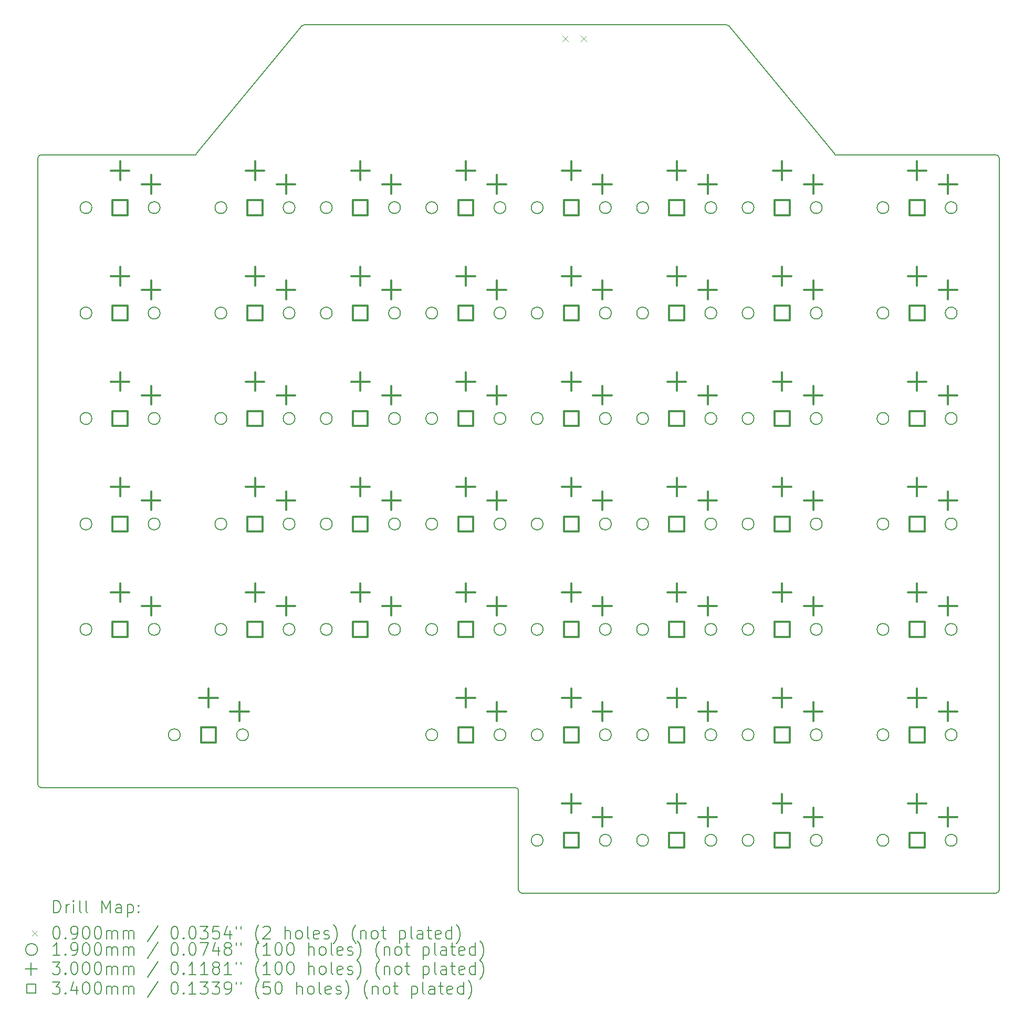
<source format=gbr>
%TF.GenerationSoftware,KiCad,Pcbnew,8.0.4+1*%
%TF.CreationDate,2024-10-01T15:26:09+00:00*%
%TF.ProjectId,right,72696768-742e-46b6-9963-61645f706362,v0.2*%
%TF.SameCoordinates,Original*%
%TF.FileFunction,Drillmap*%
%TF.FilePolarity,Positive*%
%FSLAX45Y45*%
G04 Gerber Fmt 4.5, Leading zero omitted, Abs format (unit mm)*
G04 Created by KiCad (PCBNEW 8.0.4+1) date 2024-10-01 15:26:09*
%MOMM*%
%LPD*%
G01*
G04 APERTURE LIST*
%ADD10C,0.150000*%
%ADD11C,0.200000*%
%ADD12C,0.100000*%
%ADD13C,0.190000*%
%ADD14C,0.300000*%
%ADD15C,0.340000*%
G04 APERTURE END LIST*
D10*
X31025000Y-12550000D02*
G75*
G02*
X31075000Y-12600000I0J-50000D01*
G01*
X25886512Y-2318083D02*
X27586512Y-268083D01*
X25875000Y-2350000D02*
G75*
G02*
X25886512Y-2318083I50000J0D01*
G01*
X27586512Y-268083D02*
G75*
G02*
X27625000Y-250000I38488J-31917D01*
G01*
X23325000Y-2400000D02*
X23325000Y-12500000D01*
X38825000Y-14200000D02*
X38825000Y-2400000D01*
X31075000Y-12600000D02*
X31075000Y-14200000D01*
X31125000Y-14250000D02*
X38775000Y-14250000D01*
X25875000Y-2350000D02*
X23375000Y-2350000D01*
X38825000Y-14200000D02*
G75*
G02*
X38775000Y-14250000I-50000J0D01*
G01*
X38775000Y-2350000D02*
G75*
G02*
X38825000Y-2400000I0J-50000D01*
G01*
X23375000Y-12550000D02*
G75*
G02*
X23325000Y-12500000I0J50000D01*
G01*
X34425000Y-250000D02*
G75*
G02*
X34463488Y-268083I0J-50000D01*
G01*
X36163488Y-2318083D02*
G75*
G02*
X36175000Y-2350000I-38488J-31917D01*
G01*
X38775000Y-2350000D02*
X36175000Y-2350000D01*
X27625000Y-250000D02*
X34425000Y-250000D01*
X34463488Y-268083D02*
X36163488Y-2318083D01*
X23375000Y-12550000D02*
X31025000Y-12550000D01*
X31125000Y-14250000D02*
G75*
G02*
X31075000Y-14200000I0J50000D01*
G01*
X23325000Y-2400000D02*
G75*
G02*
X23375000Y-2350000I50000J0D01*
G01*
D11*
D12*
X31782000Y-427500D02*
X31872000Y-517500D01*
X31872000Y-427500D02*
X31782000Y-517500D01*
X32082000Y-427500D02*
X32172000Y-517500D01*
X32172000Y-427500D02*
X32082000Y-517500D01*
D13*
X24195000Y-3200000D02*
G75*
G02*
X24005000Y-3200000I-95000J0D01*
G01*
X24005000Y-3200000D02*
G75*
G02*
X24195000Y-3200000I95000J0D01*
G01*
X24195000Y-4900000D02*
G75*
G02*
X24005000Y-4900000I-95000J0D01*
G01*
X24005000Y-4900000D02*
G75*
G02*
X24195000Y-4900000I95000J0D01*
G01*
X24195000Y-6600000D02*
G75*
G02*
X24005000Y-6600000I-95000J0D01*
G01*
X24005000Y-6600000D02*
G75*
G02*
X24195000Y-6600000I95000J0D01*
G01*
X24195000Y-8300000D02*
G75*
G02*
X24005000Y-8300000I-95000J0D01*
G01*
X24005000Y-8300000D02*
G75*
G02*
X24195000Y-8300000I95000J0D01*
G01*
X24195000Y-10000000D02*
G75*
G02*
X24005000Y-10000000I-95000J0D01*
G01*
X24005000Y-10000000D02*
G75*
G02*
X24195000Y-10000000I95000J0D01*
G01*
X25295000Y-3200000D02*
G75*
G02*
X25105000Y-3200000I-95000J0D01*
G01*
X25105000Y-3200000D02*
G75*
G02*
X25295000Y-3200000I95000J0D01*
G01*
X25295000Y-4900000D02*
G75*
G02*
X25105000Y-4900000I-95000J0D01*
G01*
X25105000Y-4900000D02*
G75*
G02*
X25295000Y-4900000I95000J0D01*
G01*
X25295000Y-6600000D02*
G75*
G02*
X25105000Y-6600000I-95000J0D01*
G01*
X25105000Y-6600000D02*
G75*
G02*
X25295000Y-6600000I95000J0D01*
G01*
X25295000Y-8300000D02*
G75*
G02*
X25105000Y-8300000I-95000J0D01*
G01*
X25105000Y-8300000D02*
G75*
G02*
X25295000Y-8300000I95000J0D01*
G01*
X25295000Y-10000000D02*
G75*
G02*
X25105000Y-10000000I-95000J0D01*
G01*
X25105000Y-10000000D02*
G75*
G02*
X25295000Y-10000000I95000J0D01*
G01*
X25620000Y-11700000D02*
G75*
G02*
X25430000Y-11700000I-95000J0D01*
G01*
X25430000Y-11700000D02*
G75*
G02*
X25620000Y-11700000I95000J0D01*
G01*
X26370000Y-3200000D02*
G75*
G02*
X26180000Y-3200000I-95000J0D01*
G01*
X26180000Y-3200000D02*
G75*
G02*
X26370000Y-3200000I95000J0D01*
G01*
X26370000Y-4900000D02*
G75*
G02*
X26180000Y-4900000I-95000J0D01*
G01*
X26180000Y-4900000D02*
G75*
G02*
X26370000Y-4900000I95000J0D01*
G01*
X26370000Y-6600000D02*
G75*
G02*
X26180000Y-6600000I-95000J0D01*
G01*
X26180000Y-6600000D02*
G75*
G02*
X26370000Y-6600000I95000J0D01*
G01*
X26370000Y-8300000D02*
G75*
G02*
X26180000Y-8300000I-95000J0D01*
G01*
X26180000Y-8300000D02*
G75*
G02*
X26370000Y-8300000I95000J0D01*
G01*
X26370000Y-10000000D02*
G75*
G02*
X26180000Y-10000000I-95000J0D01*
G01*
X26180000Y-10000000D02*
G75*
G02*
X26370000Y-10000000I95000J0D01*
G01*
X26720000Y-11700000D02*
G75*
G02*
X26530000Y-11700000I-95000J0D01*
G01*
X26530000Y-11700000D02*
G75*
G02*
X26720000Y-11700000I95000J0D01*
G01*
X27470000Y-3200000D02*
G75*
G02*
X27280000Y-3200000I-95000J0D01*
G01*
X27280000Y-3200000D02*
G75*
G02*
X27470000Y-3200000I95000J0D01*
G01*
X27470000Y-4900000D02*
G75*
G02*
X27280000Y-4900000I-95000J0D01*
G01*
X27280000Y-4900000D02*
G75*
G02*
X27470000Y-4900000I95000J0D01*
G01*
X27470000Y-6600000D02*
G75*
G02*
X27280000Y-6600000I-95000J0D01*
G01*
X27280000Y-6600000D02*
G75*
G02*
X27470000Y-6600000I95000J0D01*
G01*
X27470000Y-8300000D02*
G75*
G02*
X27280000Y-8300000I-95000J0D01*
G01*
X27280000Y-8300000D02*
G75*
G02*
X27470000Y-8300000I95000J0D01*
G01*
X27470000Y-10000000D02*
G75*
G02*
X27280000Y-10000000I-95000J0D01*
G01*
X27280000Y-10000000D02*
G75*
G02*
X27470000Y-10000000I95000J0D01*
G01*
X28070000Y-3200000D02*
G75*
G02*
X27880000Y-3200000I-95000J0D01*
G01*
X27880000Y-3200000D02*
G75*
G02*
X28070000Y-3200000I95000J0D01*
G01*
X28070000Y-4900000D02*
G75*
G02*
X27880000Y-4900000I-95000J0D01*
G01*
X27880000Y-4900000D02*
G75*
G02*
X28070000Y-4900000I95000J0D01*
G01*
X28070000Y-6600000D02*
G75*
G02*
X27880000Y-6600000I-95000J0D01*
G01*
X27880000Y-6600000D02*
G75*
G02*
X28070000Y-6600000I95000J0D01*
G01*
X28070000Y-8300000D02*
G75*
G02*
X27880000Y-8300000I-95000J0D01*
G01*
X27880000Y-8300000D02*
G75*
G02*
X28070000Y-8300000I95000J0D01*
G01*
X28070000Y-10000000D02*
G75*
G02*
X27880000Y-10000000I-95000J0D01*
G01*
X27880000Y-10000000D02*
G75*
G02*
X28070000Y-10000000I95000J0D01*
G01*
X29170000Y-3200000D02*
G75*
G02*
X28980000Y-3200000I-95000J0D01*
G01*
X28980000Y-3200000D02*
G75*
G02*
X29170000Y-3200000I95000J0D01*
G01*
X29170000Y-4900000D02*
G75*
G02*
X28980000Y-4900000I-95000J0D01*
G01*
X28980000Y-4900000D02*
G75*
G02*
X29170000Y-4900000I95000J0D01*
G01*
X29170000Y-6600000D02*
G75*
G02*
X28980000Y-6600000I-95000J0D01*
G01*
X28980000Y-6600000D02*
G75*
G02*
X29170000Y-6600000I95000J0D01*
G01*
X29170000Y-8300000D02*
G75*
G02*
X28980000Y-8300000I-95000J0D01*
G01*
X28980000Y-8300000D02*
G75*
G02*
X29170000Y-8300000I95000J0D01*
G01*
X29170000Y-10000000D02*
G75*
G02*
X28980000Y-10000000I-95000J0D01*
G01*
X28980000Y-10000000D02*
G75*
G02*
X29170000Y-10000000I95000J0D01*
G01*
X29770000Y-3200000D02*
G75*
G02*
X29580000Y-3200000I-95000J0D01*
G01*
X29580000Y-3200000D02*
G75*
G02*
X29770000Y-3200000I95000J0D01*
G01*
X29770000Y-4900000D02*
G75*
G02*
X29580000Y-4900000I-95000J0D01*
G01*
X29580000Y-4900000D02*
G75*
G02*
X29770000Y-4900000I95000J0D01*
G01*
X29770000Y-6600000D02*
G75*
G02*
X29580000Y-6600000I-95000J0D01*
G01*
X29580000Y-6600000D02*
G75*
G02*
X29770000Y-6600000I95000J0D01*
G01*
X29770000Y-8300000D02*
G75*
G02*
X29580000Y-8300000I-95000J0D01*
G01*
X29580000Y-8300000D02*
G75*
G02*
X29770000Y-8300000I95000J0D01*
G01*
X29770000Y-10000000D02*
G75*
G02*
X29580000Y-10000000I-95000J0D01*
G01*
X29580000Y-10000000D02*
G75*
G02*
X29770000Y-10000000I95000J0D01*
G01*
X29770000Y-11700000D02*
G75*
G02*
X29580000Y-11700000I-95000J0D01*
G01*
X29580000Y-11700000D02*
G75*
G02*
X29770000Y-11700000I95000J0D01*
G01*
X30870000Y-3200000D02*
G75*
G02*
X30680000Y-3200000I-95000J0D01*
G01*
X30680000Y-3200000D02*
G75*
G02*
X30870000Y-3200000I95000J0D01*
G01*
X30870000Y-4900000D02*
G75*
G02*
X30680000Y-4900000I-95000J0D01*
G01*
X30680000Y-4900000D02*
G75*
G02*
X30870000Y-4900000I95000J0D01*
G01*
X30870000Y-6600000D02*
G75*
G02*
X30680000Y-6600000I-95000J0D01*
G01*
X30680000Y-6600000D02*
G75*
G02*
X30870000Y-6600000I95000J0D01*
G01*
X30870000Y-8300000D02*
G75*
G02*
X30680000Y-8300000I-95000J0D01*
G01*
X30680000Y-8300000D02*
G75*
G02*
X30870000Y-8300000I95000J0D01*
G01*
X30870000Y-10000000D02*
G75*
G02*
X30680000Y-10000000I-95000J0D01*
G01*
X30680000Y-10000000D02*
G75*
G02*
X30870000Y-10000000I95000J0D01*
G01*
X30870000Y-11700000D02*
G75*
G02*
X30680000Y-11700000I-95000J0D01*
G01*
X30680000Y-11700000D02*
G75*
G02*
X30870000Y-11700000I95000J0D01*
G01*
X31470000Y-3200000D02*
G75*
G02*
X31280000Y-3200000I-95000J0D01*
G01*
X31280000Y-3200000D02*
G75*
G02*
X31470000Y-3200000I95000J0D01*
G01*
X31470000Y-4900000D02*
G75*
G02*
X31280000Y-4900000I-95000J0D01*
G01*
X31280000Y-4900000D02*
G75*
G02*
X31470000Y-4900000I95000J0D01*
G01*
X31470000Y-6600000D02*
G75*
G02*
X31280000Y-6600000I-95000J0D01*
G01*
X31280000Y-6600000D02*
G75*
G02*
X31470000Y-6600000I95000J0D01*
G01*
X31470000Y-8300000D02*
G75*
G02*
X31280000Y-8300000I-95000J0D01*
G01*
X31280000Y-8300000D02*
G75*
G02*
X31470000Y-8300000I95000J0D01*
G01*
X31470000Y-10000000D02*
G75*
G02*
X31280000Y-10000000I-95000J0D01*
G01*
X31280000Y-10000000D02*
G75*
G02*
X31470000Y-10000000I95000J0D01*
G01*
X31470000Y-11700000D02*
G75*
G02*
X31280000Y-11700000I-95000J0D01*
G01*
X31280000Y-11700000D02*
G75*
G02*
X31470000Y-11700000I95000J0D01*
G01*
X31470000Y-13400000D02*
G75*
G02*
X31280000Y-13400000I-95000J0D01*
G01*
X31280000Y-13400000D02*
G75*
G02*
X31470000Y-13400000I95000J0D01*
G01*
X32570000Y-3200000D02*
G75*
G02*
X32380000Y-3200000I-95000J0D01*
G01*
X32380000Y-3200000D02*
G75*
G02*
X32570000Y-3200000I95000J0D01*
G01*
X32570000Y-4900000D02*
G75*
G02*
X32380000Y-4900000I-95000J0D01*
G01*
X32380000Y-4900000D02*
G75*
G02*
X32570000Y-4900000I95000J0D01*
G01*
X32570000Y-6600000D02*
G75*
G02*
X32380000Y-6600000I-95000J0D01*
G01*
X32380000Y-6600000D02*
G75*
G02*
X32570000Y-6600000I95000J0D01*
G01*
X32570000Y-8300000D02*
G75*
G02*
X32380000Y-8300000I-95000J0D01*
G01*
X32380000Y-8300000D02*
G75*
G02*
X32570000Y-8300000I95000J0D01*
G01*
X32570000Y-10000000D02*
G75*
G02*
X32380000Y-10000000I-95000J0D01*
G01*
X32380000Y-10000000D02*
G75*
G02*
X32570000Y-10000000I95000J0D01*
G01*
X32570000Y-11700000D02*
G75*
G02*
X32380000Y-11700000I-95000J0D01*
G01*
X32380000Y-11700000D02*
G75*
G02*
X32570000Y-11700000I95000J0D01*
G01*
X32570000Y-13400000D02*
G75*
G02*
X32380000Y-13400000I-95000J0D01*
G01*
X32380000Y-13400000D02*
G75*
G02*
X32570000Y-13400000I95000J0D01*
G01*
X33170000Y-3200000D02*
G75*
G02*
X32980000Y-3200000I-95000J0D01*
G01*
X32980000Y-3200000D02*
G75*
G02*
X33170000Y-3200000I95000J0D01*
G01*
X33170000Y-4900000D02*
G75*
G02*
X32980000Y-4900000I-95000J0D01*
G01*
X32980000Y-4900000D02*
G75*
G02*
X33170000Y-4900000I95000J0D01*
G01*
X33170000Y-6600000D02*
G75*
G02*
X32980000Y-6600000I-95000J0D01*
G01*
X32980000Y-6600000D02*
G75*
G02*
X33170000Y-6600000I95000J0D01*
G01*
X33170000Y-8300000D02*
G75*
G02*
X32980000Y-8300000I-95000J0D01*
G01*
X32980000Y-8300000D02*
G75*
G02*
X33170000Y-8300000I95000J0D01*
G01*
X33170000Y-10000000D02*
G75*
G02*
X32980000Y-10000000I-95000J0D01*
G01*
X32980000Y-10000000D02*
G75*
G02*
X33170000Y-10000000I95000J0D01*
G01*
X33170000Y-11700000D02*
G75*
G02*
X32980000Y-11700000I-95000J0D01*
G01*
X32980000Y-11700000D02*
G75*
G02*
X33170000Y-11700000I95000J0D01*
G01*
X33170000Y-13400000D02*
G75*
G02*
X32980000Y-13400000I-95000J0D01*
G01*
X32980000Y-13400000D02*
G75*
G02*
X33170000Y-13400000I95000J0D01*
G01*
X34270000Y-3200000D02*
G75*
G02*
X34080000Y-3200000I-95000J0D01*
G01*
X34080000Y-3200000D02*
G75*
G02*
X34270000Y-3200000I95000J0D01*
G01*
X34270000Y-4900000D02*
G75*
G02*
X34080000Y-4900000I-95000J0D01*
G01*
X34080000Y-4900000D02*
G75*
G02*
X34270000Y-4900000I95000J0D01*
G01*
X34270000Y-6600000D02*
G75*
G02*
X34080000Y-6600000I-95000J0D01*
G01*
X34080000Y-6600000D02*
G75*
G02*
X34270000Y-6600000I95000J0D01*
G01*
X34270000Y-8300000D02*
G75*
G02*
X34080000Y-8300000I-95000J0D01*
G01*
X34080000Y-8300000D02*
G75*
G02*
X34270000Y-8300000I95000J0D01*
G01*
X34270000Y-10000000D02*
G75*
G02*
X34080000Y-10000000I-95000J0D01*
G01*
X34080000Y-10000000D02*
G75*
G02*
X34270000Y-10000000I95000J0D01*
G01*
X34270000Y-11700000D02*
G75*
G02*
X34080000Y-11700000I-95000J0D01*
G01*
X34080000Y-11700000D02*
G75*
G02*
X34270000Y-11700000I95000J0D01*
G01*
X34270000Y-13400000D02*
G75*
G02*
X34080000Y-13400000I-95000J0D01*
G01*
X34080000Y-13400000D02*
G75*
G02*
X34270000Y-13400000I95000J0D01*
G01*
X34870000Y-3200000D02*
G75*
G02*
X34680000Y-3200000I-95000J0D01*
G01*
X34680000Y-3200000D02*
G75*
G02*
X34870000Y-3200000I95000J0D01*
G01*
X34870000Y-4900000D02*
G75*
G02*
X34680000Y-4900000I-95000J0D01*
G01*
X34680000Y-4900000D02*
G75*
G02*
X34870000Y-4900000I95000J0D01*
G01*
X34870000Y-6600000D02*
G75*
G02*
X34680000Y-6600000I-95000J0D01*
G01*
X34680000Y-6600000D02*
G75*
G02*
X34870000Y-6600000I95000J0D01*
G01*
X34870000Y-8300000D02*
G75*
G02*
X34680000Y-8300000I-95000J0D01*
G01*
X34680000Y-8300000D02*
G75*
G02*
X34870000Y-8300000I95000J0D01*
G01*
X34870000Y-10000000D02*
G75*
G02*
X34680000Y-10000000I-95000J0D01*
G01*
X34680000Y-10000000D02*
G75*
G02*
X34870000Y-10000000I95000J0D01*
G01*
X34870000Y-11700000D02*
G75*
G02*
X34680000Y-11700000I-95000J0D01*
G01*
X34680000Y-11700000D02*
G75*
G02*
X34870000Y-11700000I95000J0D01*
G01*
X34870000Y-13400000D02*
G75*
G02*
X34680000Y-13400000I-95000J0D01*
G01*
X34680000Y-13400000D02*
G75*
G02*
X34870000Y-13400000I95000J0D01*
G01*
X35970000Y-3200000D02*
G75*
G02*
X35780000Y-3200000I-95000J0D01*
G01*
X35780000Y-3200000D02*
G75*
G02*
X35970000Y-3200000I95000J0D01*
G01*
X35970000Y-4900000D02*
G75*
G02*
X35780000Y-4900000I-95000J0D01*
G01*
X35780000Y-4900000D02*
G75*
G02*
X35970000Y-4900000I95000J0D01*
G01*
X35970000Y-6600000D02*
G75*
G02*
X35780000Y-6600000I-95000J0D01*
G01*
X35780000Y-6600000D02*
G75*
G02*
X35970000Y-6600000I95000J0D01*
G01*
X35970000Y-8300000D02*
G75*
G02*
X35780000Y-8300000I-95000J0D01*
G01*
X35780000Y-8300000D02*
G75*
G02*
X35970000Y-8300000I95000J0D01*
G01*
X35970000Y-10000000D02*
G75*
G02*
X35780000Y-10000000I-95000J0D01*
G01*
X35780000Y-10000000D02*
G75*
G02*
X35970000Y-10000000I95000J0D01*
G01*
X35970000Y-11700000D02*
G75*
G02*
X35780000Y-11700000I-95000J0D01*
G01*
X35780000Y-11700000D02*
G75*
G02*
X35970000Y-11700000I95000J0D01*
G01*
X35970000Y-13400000D02*
G75*
G02*
X35780000Y-13400000I-95000J0D01*
G01*
X35780000Y-13400000D02*
G75*
G02*
X35970000Y-13400000I95000J0D01*
G01*
X37045000Y-3200000D02*
G75*
G02*
X36855000Y-3200000I-95000J0D01*
G01*
X36855000Y-3200000D02*
G75*
G02*
X37045000Y-3200000I95000J0D01*
G01*
X37045000Y-4900000D02*
G75*
G02*
X36855000Y-4900000I-95000J0D01*
G01*
X36855000Y-4900000D02*
G75*
G02*
X37045000Y-4900000I95000J0D01*
G01*
X37045000Y-6600000D02*
G75*
G02*
X36855000Y-6600000I-95000J0D01*
G01*
X36855000Y-6600000D02*
G75*
G02*
X37045000Y-6600000I95000J0D01*
G01*
X37045000Y-8300000D02*
G75*
G02*
X36855000Y-8300000I-95000J0D01*
G01*
X36855000Y-8300000D02*
G75*
G02*
X37045000Y-8300000I95000J0D01*
G01*
X37045000Y-10000000D02*
G75*
G02*
X36855000Y-10000000I-95000J0D01*
G01*
X36855000Y-10000000D02*
G75*
G02*
X37045000Y-10000000I95000J0D01*
G01*
X37045000Y-11700000D02*
G75*
G02*
X36855000Y-11700000I-95000J0D01*
G01*
X36855000Y-11700000D02*
G75*
G02*
X37045000Y-11700000I95000J0D01*
G01*
X37045000Y-13400000D02*
G75*
G02*
X36855000Y-13400000I-95000J0D01*
G01*
X36855000Y-13400000D02*
G75*
G02*
X37045000Y-13400000I95000J0D01*
G01*
X38145000Y-3200000D02*
G75*
G02*
X37955000Y-3200000I-95000J0D01*
G01*
X37955000Y-3200000D02*
G75*
G02*
X38145000Y-3200000I95000J0D01*
G01*
X38145000Y-4900000D02*
G75*
G02*
X37955000Y-4900000I-95000J0D01*
G01*
X37955000Y-4900000D02*
G75*
G02*
X38145000Y-4900000I95000J0D01*
G01*
X38145000Y-6600000D02*
G75*
G02*
X37955000Y-6600000I-95000J0D01*
G01*
X37955000Y-6600000D02*
G75*
G02*
X38145000Y-6600000I95000J0D01*
G01*
X38145000Y-8300000D02*
G75*
G02*
X37955000Y-8300000I-95000J0D01*
G01*
X37955000Y-8300000D02*
G75*
G02*
X38145000Y-8300000I95000J0D01*
G01*
X38145000Y-10000000D02*
G75*
G02*
X37955000Y-10000000I-95000J0D01*
G01*
X37955000Y-10000000D02*
G75*
G02*
X38145000Y-10000000I95000J0D01*
G01*
X38145000Y-11700000D02*
G75*
G02*
X37955000Y-11700000I-95000J0D01*
G01*
X37955000Y-11700000D02*
G75*
G02*
X38145000Y-11700000I95000J0D01*
G01*
X38145000Y-13400000D02*
G75*
G02*
X37955000Y-13400000I-95000J0D01*
G01*
X37955000Y-13400000D02*
G75*
G02*
X38145000Y-13400000I95000J0D01*
G01*
D14*
X24650000Y-2455000D02*
X24650000Y-2755000D01*
X24500000Y-2605000D02*
X24800000Y-2605000D01*
X24650000Y-4155000D02*
X24650000Y-4455000D01*
X24500000Y-4305000D02*
X24800000Y-4305000D01*
X24650000Y-5855000D02*
X24650000Y-6155000D01*
X24500000Y-6005000D02*
X24800000Y-6005000D01*
X24650000Y-7555000D02*
X24650000Y-7855000D01*
X24500000Y-7705000D02*
X24800000Y-7705000D01*
X24650000Y-9255000D02*
X24650000Y-9555000D01*
X24500000Y-9405000D02*
X24800000Y-9405000D01*
X25150000Y-2675000D02*
X25150000Y-2975000D01*
X25000000Y-2825000D02*
X25300000Y-2825000D01*
X25150000Y-4375000D02*
X25150000Y-4675000D01*
X25000000Y-4525000D02*
X25300000Y-4525000D01*
X25150000Y-6075000D02*
X25150000Y-6375000D01*
X25000000Y-6225000D02*
X25300000Y-6225000D01*
X25150000Y-7775000D02*
X25150000Y-8075000D01*
X25000000Y-7925000D02*
X25300000Y-7925000D01*
X25150000Y-9475000D02*
X25150000Y-9775000D01*
X25000000Y-9625000D02*
X25300000Y-9625000D01*
X26075000Y-10955000D02*
X26075000Y-11255000D01*
X25925000Y-11105000D02*
X26225000Y-11105000D01*
X26575000Y-11175000D02*
X26575000Y-11475000D01*
X26425000Y-11325000D02*
X26725000Y-11325000D01*
X26825000Y-2455000D02*
X26825000Y-2755000D01*
X26675000Y-2605000D02*
X26975000Y-2605000D01*
X26825000Y-4155000D02*
X26825000Y-4455000D01*
X26675000Y-4305000D02*
X26975000Y-4305000D01*
X26825000Y-5855000D02*
X26825000Y-6155000D01*
X26675000Y-6005000D02*
X26975000Y-6005000D01*
X26825000Y-7555000D02*
X26825000Y-7855000D01*
X26675000Y-7705000D02*
X26975000Y-7705000D01*
X26825000Y-9255000D02*
X26825000Y-9555000D01*
X26675000Y-9405000D02*
X26975000Y-9405000D01*
X27325000Y-2675000D02*
X27325000Y-2975000D01*
X27175000Y-2825000D02*
X27475000Y-2825000D01*
X27325000Y-4375000D02*
X27325000Y-4675000D01*
X27175000Y-4525000D02*
X27475000Y-4525000D01*
X27325000Y-6075000D02*
X27325000Y-6375000D01*
X27175000Y-6225000D02*
X27475000Y-6225000D01*
X27325000Y-7775000D02*
X27325000Y-8075000D01*
X27175000Y-7925000D02*
X27475000Y-7925000D01*
X27325000Y-9475000D02*
X27325000Y-9775000D01*
X27175000Y-9625000D02*
X27475000Y-9625000D01*
X28525000Y-2455000D02*
X28525000Y-2755000D01*
X28375000Y-2605000D02*
X28675000Y-2605000D01*
X28525000Y-4155000D02*
X28525000Y-4455000D01*
X28375000Y-4305000D02*
X28675000Y-4305000D01*
X28525000Y-5855000D02*
X28525000Y-6155000D01*
X28375000Y-6005000D02*
X28675000Y-6005000D01*
X28525000Y-7555000D02*
X28525000Y-7855000D01*
X28375000Y-7705000D02*
X28675000Y-7705000D01*
X28525000Y-9255000D02*
X28525000Y-9555000D01*
X28375000Y-9405000D02*
X28675000Y-9405000D01*
X29025000Y-2675000D02*
X29025000Y-2975000D01*
X28875000Y-2825000D02*
X29175000Y-2825000D01*
X29025000Y-4375000D02*
X29025000Y-4675000D01*
X28875000Y-4525000D02*
X29175000Y-4525000D01*
X29025000Y-6075000D02*
X29025000Y-6375000D01*
X28875000Y-6225000D02*
X29175000Y-6225000D01*
X29025000Y-7775000D02*
X29025000Y-8075000D01*
X28875000Y-7925000D02*
X29175000Y-7925000D01*
X29025000Y-9475000D02*
X29025000Y-9775000D01*
X28875000Y-9625000D02*
X29175000Y-9625000D01*
X30225000Y-2455000D02*
X30225000Y-2755000D01*
X30075000Y-2605000D02*
X30375000Y-2605000D01*
X30225000Y-4155000D02*
X30225000Y-4455000D01*
X30075000Y-4305000D02*
X30375000Y-4305000D01*
X30225000Y-5855000D02*
X30225000Y-6155000D01*
X30075000Y-6005000D02*
X30375000Y-6005000D01*
X30225000Y-7555000D02*
X30225000Y-7855000D01*
X30075000Y-7705000D02*
X30375000Y-7705000D01*
X30225000Y-9255000D02*
X30225000Y-9555000D01*
X30075000Y-9405000D02*
X30375000Y-9405000D01*
X30225000Y-10955000D02*
X30225000Y-11255000D01*
X30075000Y-11105000D02*
X30375000Y-11105000D01*
X30725000Y-2675000D02*
X30725000Y-2975000D01*
X30575000Y-2825000D02*
X30875000Y-2825000D01*
X30725000Y-4375000D02*
X30725000Y-4675000D01*
X30575000Y-4525000D02*
X30875000Y-4525000D01*
X30725000Y-6075000D02*
X30725000Y-6375000D01*
X30575000Y-6225000D02*
X30875000Y-6225000D01*
X30725000Y-7775000D02*
X30725000Y-8075000D01*
X30575000Y-7925000D02*
X30875000Y-7925000D01*
X30725000Y-9475000D02*
X30725000Y-9775000D01*
X30575000Y-9625000D02*
X30875000Y-9625000D01*
X30725000Y-11175000D02*
X30725000Y-11475000D01*
X30575000Y-11325000D02*
X30875000Y-11325000D01*
X31925000Y-2455000D02*
X31925000Y-2755000D01*
X31775000Y-2605000D02*
X32075000Y-2605000D01*
X31925000Y-4155000D02*
X31925000Y-4455000D01*
X31775000Y-4305000D02*
X32075000Y-4305000D01*
X31925000Y-5855000D02*
X31925000Y-6155000D01*
X31775000Y-6005000D02*
X32075000Y-6005000D01*
X31925000Y-7555000D02*
X31925000Y-7855000D01*
X31775000Y-7705000D02*
X32075000Y-7705000D01*
X31925000Y-9255000D02*
X31925000Y-9555000D01*
X31775000Y-9405000D02*
X32075000Y-9405000D01*
X31925000Y-10955000D02*
X31925000Y-11255000D01*
X31775000Y-11105000D02*
X32075000Y-11105000D01*
X31925000Y-12655000D02*
X31925000Y-12955000D01*
X31775000Y-12805000D02*
X32075000Y-12805000D01*
X32425000Y-2675000D02*
X32425000Y-2975000D01*
X32275000Y-2825000D02*
X32575000Y-2825000D01*
X32425000Y-4375000D02*
X32425000Y-4675000D01*
X32275000Y-4525000D02*
X32575000Y-4525000D01*
X32425000Y-6075000D02*
X32425000Y-6375000D01*
X32275000Y-6225000D02*
X32575000Y-6225000D01*
X32425000Y-7775000D02*
X32425000Y-8075000D01*
X32275000Y-7925000D02*
X32575000Y-7925000D01*
X32425000Y-9475000D02*
X32425000Y-9775000D01*
X32275000Y-9625000D02*
X32575000Y-9625000D01*
X32425000Y-11175000D02*
X32425000Y-11475000D01*
X32275000Y-11325000D02*
X32575000Y-11325000D01*
X32425000Y-12875000D02*
X32425000Y-13175000D01*
X32275000Y-13025000D02*
X32575000Y-13025000D01*
X33625000Y-2455000D02*
X33625000Y-2755000D01*
X33475000Y-2605000D02*
X33775000Y-2605000D01*
X33625000Y-4155000D02*
X33625000Y-4455000D01*
X33475000Y-4305000D02*
X33775000Y-4305000D01*
X33625000Y-5855000D02*
X33625000Y-6155000D01*
X33475000Y-6005000D02*
X33775000Y-6005000D01*
X33625000Y-7555000D02*
X33625000Y-7855000D01*
X33475000Y-7705000D02*
X33775000Y-7705000D01*
X33625000Y-9255000D02*
X33625000Y-9555000D01*
X33475000Y-9405000D02*
X33775000Y-9405000D01*
X33625000Y-10955000D02*
X33625000Y-11255000D01*
X33475000Y-11105000D02*
X33775000Y-11105000D01*
X33625000Y-12655000D02*
X33625000Y-12955000D01*
X33475000Y-12805000D02*
X33775000Y-12805000D01*
X34125000Y-2675000D02*
X34125000Y-2975000D01*
X33975000Y-2825000D02*
X34275000Y-2825000D01*
X34125000Y-4375000D02*
X34125000Y-4675000D01*
X33975000Y-4525000D02*
X34275000Y-4525000D01*
X34125000Y-6075000D02*
X34125000Y-6375000D01*
X33975000Y-6225000D02*
X34275000Y-6225000D01*
X34125000Y-7775000D02*
X34125000Y-8075000D01*
X33975000Y-7925000D02*
X34275000Y-7925000D01*
X34125000Y-9475000D02*
X34125000Y-9775000D01*
X33975000Y-9625000D02*
X34275000Y-9625000D01*
X34125000Y-11175000D02*
X34125000Y-11475000D01*
X33975000Y-11325000D02*
X34275000Y-11325000D01*
X34125000Y-12875000D02*
X34125000Y-13175000D01*
X33975000Y-13025000D02*
X34275000Y-13025000D01*
X35325000Y-2455000D02*
X35325000Y-2755000D01*
X35175000Y-2605000D02*
X35475000Y-2605000D01*
X35325000Y-4155000D02*
X35325000Y-4455000D01*
X35175000Y-4305000D02*
X35475000Y-4305000D01*
X35325000Y-5855000D02*
X35325000Y-6155000D01*
X35175000Y-6005000D02*
X35475000Y-6005000D01*
X35325000Y-7555000D02*
X35325000Y-7855000D01*
X35175000Y-7705000D02*
X35475000Y-7705000D01*
X35325000Y-9255000D02*
X35325000Y-9555000D01*
X35175000Y-9405000D02*
X35475000Y-9405000D01*
X35325000Y-10955000D02*
X35325000Y-11255000D01*
X35175000Y-11105000D02*
X35475000Y-11105000D01*
X35325000Y-12655000D02*
X35325000Y-12955000D01*
X35175000Y-12805000D02*
X35475000Y-12805000D01*
X35825000Y-2675000D02*
X35825000Y-2975000D01*
X35675000Y-2825000D02*
X35975000Y-2825000D01*
X35825000Y-4375000D02*
X35825000Y-4675000D01*
X35675000Y-4525000D02*
X35975000Y-4525000D01*
X35825000Y-6075000D02*
X35825000Y-6375000D01*
X35675000Y-6225000D02*
X35975000Y-6225000D01*
X35825000Y-7775000D02*
X35825000Y-8075000D01*
X35675000Y-7925000D02*
X35975000Y-7925000D01*
X35825000Y-9475000D02*
X35825000Y-9775000D01*
X35675000Y-9625000D02*
X35975000Y-9625000D01*
X35825000Y-11175000D02*
X35825000Y-11475000D01*
X35675000Y-11325000D02*
X35975000Y-11325000D01*
X35825000Y-12875000D02*
X35825000Y-13175000D01*
X35675000Y-13025000D02*
X35975000Y-13025000D01*
X37500000Y-2455000D02*
X37500000Y-2755000D01*
X37350000Y-2605000D02*
X37650000Y-2605000D01*
X37500000Y-4155000D02*
X37500000Y-4455000D01*
X37350000Y-4305000D02*
X37650000Y-4305000D01*
X37500000Y-5855000D02*
X37500000Y-6155000D01*
X37350000Y-6005000D02*
X37650000Y-6005000D01*
X37500000Y-7555000D02*
X37500000Y-7855000D01*
X37350000Y-7705000D02*
X37650000Y-7705000D01*
X37500000Y-9255000D02*
X37500000Y-9555000D01*
X37350000Y-9405000D02*
X37650000Y-9405000D01*
X37500000Y-10955000D02*
X37500000Y-11255000D01*
X37350000Y-11105000D02*
X37650000Y-11105000D01*
X37500000Y-12655000D02*
X37500000Y-12955000D01*
X37350000Y-12805000D02*
X37650000Y-12805000D01*
X38000000Y-2675000D02*
X38000000Y-2975000D01*
X37850000Y-2825000D02*
X38150000Y-2825000D01*
X38000000Y-4375000D02*
X38000000Y-4675000D01*
X37850000Y-4525000D02*
X38150000Y-4525000D01*
X38000000Y-6075000D02*
X38000000Y-6375000D01*
X37850000Y-6225000D02*
X38150000Y-6225000D01*
X38000000Y-7775000D02*
X38000000Y-8075000D01*
X37850000Y-7925000D02*
X38150000Y-7925000D01*
X38000000Y-9475000D02*
X38000000Y-9775000D01*
X37850000Y-9625000D02*
X38150000Y-9625000D01*
X38000000Y-11175000D02*
X38000000Y-11475000D01*
X37850000Y-11325000D02*
X38150000Y-11325000D01*
X38000000Y-12875000D02*
X38000000Y-13175000D01*
X37850000Y-13025000D02*
X38150000Y-13025000D01*
D15*
X24770209Y-3320209D02*
X24770209Y-3079791D01*
X24529791Y-3079791D01*
X24529791Y-3320209D01*
X24770209Y-3320209D01*
X24770209Y-5020209D02*
X24770209Y-4779791D01*
X24529791Y-4779791D01*
X24529791Y-5020209D01*
X24770209Y-5020209D01*
X24770209Y-6720209D02*
X24770209Y-6479791D01*
X24529791Y-6479791D01*
X24529791Y-6720209D01*
X24770209Y-6720209D01*
X24770209Y-8420209D02*
X24770209Y-8179791D01*
X24529791Y-8179791D01*
X24529791Y-8420209D01*
X24770209Y-8420209D01*
X24770209Y-10120209D02*
X24770209Y-9879791D01*
X24529791Y-9879791D01*
X24529791Y-10120209D01*
X24770209Y-10120209D01*
X26195209Y-11820209D02*
X26195209Y-11579791D01*
X25954791Y-11579791D01*
X25954791Y-11820209D01*
X26195209Y-11820209D01*
X26945209Y-3320209D02*
X26945209Y-3079791D01*
X26704791Y-3079791D01*
X26704791Y-3320209D01*
X26945209Y-3320209D01*
X26945209Y-5020209D02*
X26945209Y-4779791D01*
X26704791Y-4779791D01*
X26704791Y-5020209D01*
X26945209Y-5020209D01*
X26945209Y-6720209D02*
X26945209Y-6479791D01*
X26704791Y-6479791D01*
X26704791Y-6720209D01*
X26945209Y-6720209D01*
X26945209Y-8420209D02*
X26945209Y-8179791D01*
X26704791Y-8179791D01*
X26704791Y-8420209D01*
X26945209Y-8420209D01*
X26945209Y-10120209D02*
X26945209Y-9879791D01*
X26704791Y-9879791D01*
X26704791Y-10120209D01*
X26945209Y-10120209D01*
X28645209Y-3320209D02*
X28645209Y-3079791D01*
X28404791Y-3079791D01*
X28404791Y-3320209D01*
X28645209Y-3320209D01*
X28645209Y-5020209D02*
X28645209Y-4779791D01*
X28404791Y-4779791D01*
X28404791Y-5020209D01*
X28645209Y-5020209D01*
X28645209Y-6720209D02*
X28645209Y-6479791D01*
X28404791Y-6479791D01*
X28404791Y-6720209D01*
X28645209Y-6720209D01*
X28645209Y-8420209D02*
X28645209Y-8179791D01*
X28404791Y-8179791D01*
X28404791Y-8420209D01*
X28645209Y-8420209D01*
X28645209Y-10120209D02*
X28645209Y-9879791D01*
X28404791Y-9879791D01*
X28404791Y-10120209D01*
X28645209Y-10120209D01*
X30345209Y-3320209D02*
X30345209Y-3079791D01*
X30104791Y-3079791D01*
X30104791Y-3320209D01*
X30345209Y-3320209D01*
X30345209Y-5020209D02*
X30345209Y-4779791D01*
X30104791Y-4779791D01*
X30104791Y-5020209D01*
X30345209Y-5020209D01*
X30345209Y-6720209D02*
X30345209Y-6479791D01*
X30104791Y-6479791D01*
X30104791Y-6720209D01*
X30345209Y-6720209D01*
X30345209Y-8420209D02*
X30345209Y-8179791D01*
X30104791Y-8179791D01*
X30104791Y-8420209D01*
X30345209Y-8420209D01*
X30345209Y-10120209D02*
X30345209Y-9879791D01*
X30104791Y-9879791D01*
X30104791Y-10120209D01*
X30345209Y-10120209D01*
X30345209Y-11820209D02*
X30345209Y-11579791D01*
X30104791Y-11579791D01*
X30104791Y-11820209D01*
X30345209Y-11820209D01*
X32045209Y-3320209D02*
X32045209Y-3079791D01*
X31804791Y-3079791D01*
X31804791Y-3320209D01*
X32045209Y-3320209D01*
X32045209Y-5020209D02*
X32045209Y-4779791D01*
X31804791Y-4779791D01*
X31804791Y-5020209D01*
X32045209Y-5020209D01*
X32045209Y-6720209D02*
X32045209Y-6479791D01*
X31804791Y-6479791D01*
X31804791Y-6720209D01*
X32045209Y-6720209D01*
X32045209Y-8420209D02*
X32045209Y-8179791D01*
X31804791Y-8179791D01*
X31804791Y-8420209D01*
X32045209Y-8420209D01*
X32045209Y-10120209D02*
X32045209Y-9879791D01*
X31804791Y-9879791D01*
X31804791Y-10120209D01*
X32045209Y-10120209D01*
X32045209Y-11820209D02*
X32045209Y-11579791D01*
X31804791Y-11579791D01*
X31804791Y-11820209D01*
X32045209Y-11820209D01*
X32045209Y-13520209D02*
X32045209Y-13279791D01*
X31804791Y-13279791D01*
X31804791Y-13520209D01*
X32045209Y-13520209D01*
X33745209Y-3320209D02*
X33745209Y-3079791D01*
X33504791Y-3079791D01*
X33504791Y-3320209D01*
X33745209Y-3320209D01*
X33745209Y-5020209D02*
X33745209Y-4779791D01*
X33504791Y-4779791D01*
X33504791Y-5020209D01*
X33745209Y-5020209D01*
X33745209Y-6720209D02*
X33745209Y-6479791D01*
X33504791Y-6479791D01*
X33504791Y-6720209D01*
X33745209Y-6720209D01*
X33745209Y-8420209D02*
X33745209Y-8179791D01*
X33504791Y-8179791D01*
X33504791Y-8420209D01*
X33745209Y-8420209D01*
X33745209Y-10120209D02*
X33745209Y-9879791D01*
X33504791Y-9879791D01*
X33504791Y-10120209D01*
X33745209Y-10120209D01*
X33745209Y-11820209D02*
X33745209Y-11579791D01*
X33504791Y-11579791D01*
X33504791Y-11820209D01*
X33745209Y-11820209D01*
X33745209Y-13520209D02*
X33745209Y-13279791D01*
X33504791Y-13279791D01*
X33504791Y-13520209D01*
X33745209Y-13520209D01*
X35445209Y-3320209D02*
X35445209Y-3079791D01*
X35204791Y-3079791D01*
X35204791Y-3320209D01*
X35445209Y-3320209D01*
X35445209Y-5020209D02*
X35445209Y-4779791D01*
X35204791Y-4779791D01*
X35204791Y-5020209D01*
X35445209Y-5020209D01*
X35445209Y-6720209D02*
X35445209Y-6479791D01*
X35204791Y-6479791D01*
X35204791Y-6720209D01*
X35445209Y-6720209D01*
X35445209Y-8420209D02*
X35445209Y-8179791D01*
X35204791Y-8179791D01*
X35204791Y-8420209D01*
X35445209Y-8420209D01*
X35445209Y-10120209D02*
X35445209Y-9879791D01*
X35204791Y-9879791D01*
X35204791Y-10120209D01*
X35445209Y-10120209D01*
X35445209Y-11820209D02*
X35445209Y-11579791D01*
X35204791Y-11579791D01*
X35204791Y-11820209D01*
X35445209Y-11820209D01*
X35445209Y-13520209D02*
X35445209Y-13279791D01*
X35204791Y-13279791D01*
X35204791Y-13520209D01*
X35445209Y-13520209D01*
X37620209Y-3320209D02*
X37620209Y-3079791D01*
X37379791Y-3079791D01*
X37379791Y-3320209D01*
X37620209Y-3320209D01*
X37620209Y-5020209D02*
X37620209Y-4779791D01*
X37379791Y-4779791D01*
X37379791Y-5020209D01*
X37620209Y-5020209D01*
X37620209Y-6720209D02*
X37620209Y-6479791D01*
X37379791Y-6479791D01*
X37379791Y-6720209D01*
X37620209Y-6720209D01*
X37620209Y-8420209D02*
X37620209Y-8179791D01*
X37379791Y-8179791D01*
X37379791Y-8420209D01*
X37620209Y-8420209D01*
X37620209Y-10120209D02*
X37620209Y-9879791D01*
X37379791Y-9879791D01*
X37379791Y-10120209D01*
X37620209Y-10120209D01*
X37620209Y-11820209D02*
X37620209Y-11579791D01*
X37379791Y-11579791D01*
X37379791Y-11820209D01*
X37620209Y-11820209D01*
X37620209Y-13520209D02*
X37620209Y-13279791D01*
X37379791Y-13279791D01*
X37379791Y-13520209D01*
X37620209Y-13520209D01*
D11*
X23578277Y-14568984D02*
X23578277Y-14368984D01*
X23578277Y-14368984D02*
X23625896Y-14368984D01*
X23625896Y-14368984D02*
X23654467Y-14378508D01*
X23654467Y-14378508D02*
X23673515Y-14397555D01*
X23673515Y-14397555D02*
X23683039Y-14416603D01*
X23683039Y-14416603D02*
X23692562Y-14454698D01*
X23692562Y-14454698D02*
X23692562Y-14483269D01*
X23692562Y-14483269D02*
X23683039Y-14521365D01*
X23683039Y-14521365D02*
X23673515Y-14540412D01*
X23673515Y-14540412D02*
X23654467Y-14559460D01*
X23654467Y-14559460D02*
X23625896Y-14568984D01*
X23625896Y-14568984D02*
X23578277Y-14568984D01*
X23778277Y-14568984D02*
X23778277Y-14435650D01*
X23778277Y-14473746D02*
X23787801Y-14454698D01*
X23787801Y-14454698D02*
X23797324Y-14445174D01*
X23797324Y-14445174D02*
X23816372Y-14435650D01*
X23816372Y-14435650D02*
X23835420Y-14435650D01*
X23902086Y-14568984D02*
X23902086Y-14435650D01*
X23902086Y-14368984D02*
X23892562Y-14378508D01*
X23892562Y-14378508D02*
X23902086Y-14388031D01*
X23902086Y-14388031D02*
X23911610Y-14378508D01*
X23911610Y-14378508D02*
X23902086Y-14368984D01*
X23902086Y-14368984D02*
X23902086Y-14388031D01*
X24025896Y-14568984D02*
X24006848Y-14559460D01*
X24006848Y-14559460D02*
X23997324Y-14540412D01*
X23997324Y-14540412D02*
X23997324Y-14368984D01*
X24130658Y-14568984D02*
X24111610Y-14559460D01*
X24111610Y-14559460D02*
X24102086Y-14540412D01*
X24102086Y-14540412D02*
X24102086Y-14368984D01*
X24359229Y-14568984D02*
X24359229Y-14368984D01*
X24359229Y-14368984D02*
X24425896Y-14511841D01*
X24425896Y-14511841D02*
X24492562Y-14368984D01*
X24492562Y-14368984D02*
X24492562Y-14568984D01*
X24673515Y-14568984D02*
X24673515Y-14464222D01*
X24673515Y-14464222D02*
X24663991Y-14445174D01*
X24663991Y-14445174D02*
X24644943Y-14435650D01*
X24644943Y-14435650D02*
X24606848Y-14435650D01*
X24606848Y-14435650D02*
X24587801Y-14445174D01*
X24673515Y-14559460D02*
X24654467Y-14568984D01*
X24654467Y-14568984D02*
X24606848Y-14568984D01*
X24606848Y-14568984D02*
X24587801Y-14559460D01*
X24587801Y-14559460D02*
X24578277Y-14540412D01*
X24578277Y-14540412D02*
X24578277Y-14521365D01*
X24578277Y-14521365D02*
X24587801Y-14502317D01*
X24587801Y-14502317D02*
X24606848Y-14492793D01*
X24606848Y-14492793D02*
X24654467Y-14492793D01*
X24654467Y-14492793D02*
X24673515Y-14483269D01*
X24768753Y-14435650D02*
X24768753Y-14635650D01*
X24768753Y-14445174D02*
X24787801Y-14435650D01*
X24787801Y-14435650D02*
X24825896Y-14435650D01*
X24825896Y-14435650D02*
X24844943Y-14445174D01*
X24844943Y-14445174D02*
X24854467Y-14454698D01*
X24854467Y-14454698D02*
X24863991Y-14473746D01*
X24863991Y-14473746D02*
X24863991Y-14530888D01*
X24863991Y-14530888D02*
X24854467Y-14549936D01*
X24854467Y-14549936D02*
X24844943Y-14559460D01*
X24844943Y-14559460D02*
X24825896Y-14568984D01*
X24825896Y-14568984D02*
X24787801Y-14568984D01*
X24787801Y-14568984D02*
X24768753Y-14559460D01*
X24949705Y-14549936D02*
X24959229Y-14559460D01*
X24959229Y-14559460D02*
X24949705Y-14568984D01*
X24949705Y-14568984D02*
X24940182Y-14559460D01*
X24940182Y-14559460D02*
X24949705Y-14549936D01*
X24949705Y-14549936D02*
X24949705Y-14568984D01*
X24949705Y-14445174D02*
X24959229Y-14454698D01*
X24959229Y-14454698D02*
X24949705Y-14464222D01*
X24949705Y-14464222D02*
X24940182Y-14454698D01*
X24940182Y-14454698D02*
X24949705Y-14445174D01*
X24949705Y-14445174D02*
X24949705Y-14464222D01*
D12*
X23227500Y-14852500D02*
X23317500Y-14942500D01*
X23317500Y-14852500D02*
X23227500Y-14942500D01*
D11*
X23616372Y-14788984D02*
X23635420Y-14788984D01*
X23635420Y-14788984D02*
X23654467Y-14798508D01*
X23654467Y-14798508D02*
X23663991Y-14808031D01*
X23663991Y-14808031D02*
X23673515Y-14827079D01*
X23673515Y-14827079D02*
X23683039Y-14865174D01*
X23683039Y-14865174D02*
X23683039Y-14912793D01*
X23683039Y-14912793D02*
X23673515Y-14950888D01*
X23673515Y-14950888D02*
X23663991Y-14969936D01*
X23663991Y-14969936D02*
X23654467Y-14979460D01*
X23654467Y-14979460D02*
X23635420Y-14988984D01*
X23635420Y-14988984D02*
X23616372Y-14988984D01*
X23616372Y-14988984D02*
X23597324Y-14979460D01*
X23597324Y-14979460D02*
X23587801Y-14969936D01*
X23587801Y-14969936D02*
X23578277Y-14950888D01*
X23578277Y-14950888D02*
X23568753Y-14912793D01*
X23568753Y-14912793D02*
X23568753Y-14865174D01*
X23568753Y-14865174D02*
X23578277Y-14827079D01*
X23578277Y-14827079D02*
X23587801Y-14808031D01*
X23587801Y-14808031D02*
X23597324Y-14798508D01*
X23597324Y-14798508D02*
X23616372Y-14788984D01*
X23768753Y-14969936D02*
X23778277Y-14979460D01*
X23778277Y-14979460D02*
X23768753Y-14988984D01*
X23768753Y-14988984D02*
X23759229Y-14979460D01*
X23759229Y-14979460D02*
X23768753Y-14969936D01*
X23768753Y-14969936D02*
X23768753Y-14988984D01*
X23873515Y-14988984D02*
X23911610Y-14988984D01*
X23911610Y-14988984D02*
X23930658Y-14979460D01*
X23930658Y-14979460D02*
X23940182Y-14969936D01*
X23940182Y-14969936D02*
X23959229Y-14941365D01*
X23959229Y-14941365D02*
X23968753Y-14903269D01*
X23968753Y-14903269D02*
X23968753Y-14827079D01*
X23968753Y-14827079D02*
X23959229Y-14808031D01*
X23959229Y-14808031D02*
X23949705Y-14798508D01*
X23949705Y-14798508D02*
X23930658Y-14788984D01*
X23930658Y-14788984D02*
X23892562Y-14788984D01*
X23892562Y-14788984D02*
X23873515Y-14798508D01*
X23873515Y-14798508D02*
X23863991Y-14808031D01*
X23863991Y-14808031D02*
X23854467Y-14827079D01*
X23854467Y-14827079D02*
X23854467Y-14874698D01*
X23854467Y-14874698D02*
X23863991Y-14893746D01*
X23863991Y-14893746D02*
X23873515Y-14903269D01*
X23873515Y-14903269D02*
X23892562Y-14912793D01*
X23892562Y-14912793D02*
X23930658Y-14912793D01*
X23930658Y-14912793D02*
X23949705Y-14903269D01*
X23949705Y-14903269D02*
X23959229Y-14893746D01*
X23959229Y-14893746D02*
X23968753Y-14874698D01*
X24092562Y-14788984D02*
X24111610Y-14788984D01*
X24111610Y-14788984D02*
X24130658Y-14798508D01*
X24130658Y-14798508D02*
X24140182Y-14808031D01*
X24140182Y-14808031D02*
X24149705Y-14827079D01*
X24149705Y-14827079D02*
X24159229Y-14865174D01*
X24159229Y-14865174D02*
X24159229Y-14912793D01*
X24159229Y-14912793D02*
X24149705Y-14950888D01*
X24149705Y-14950888D02*
X24140182Y-14969936D01*
X24140182Y-14969936D02*
X24130658Y-14979460D01*
X24130658Y-14979460D02*
X24111610Y-14988984D01*
X24111610Y-14988984D02*
X24092562Y-14988984D01*
X24092562Y-14988984D02*
X24073515Y-14979460D01*
X24073515Y-14979460D02*
X24063991Y-14969936D01*
X24063991Y-14969936D02*
X24054467Y-14950888D01*
X24054467Y-14950888D02*
X24044943Y-14912793D01*
X24044943Y-14912793D02*
X24044943Y-14865174D01*
X24044943Y-14865174D02*
X24054467Y-14827079D01*
X24054467Y-14827079D02*
X24063991Y-14808031D01*
X24063991Y-14808031D02*
X24073515Y-14798508D01*
X24073515Y-14798508D02*
X24092562Y-14788984D01*
X24283039Y-14788984D02*
X24302086Y-14788984D01*
X24302086Y-14788984D02*
X24321134Y-14798508D01*
X24321134Y-14798508D02*
X24330658Y-14808031D01*
X24330658Y-14808031D02*
X24340182Y-14827079D01*
X24340182Y-14827079D02*
X24349705Y-14865174D01*
X24349705Y-14865174D02*
X24349705Y-14912793D01*
X24349705Y-14912793D02*
X24340182Y-14950888D01*
X24340182Y-14950888D02*
X24330658Y-14969936D01*
X24330658Y-14969936D02*
X24321134Y-14979460D01*
X24321134Y-14979460D02*
X24302086Y-14988984D01*
X24302086Y-14988984D02*
X24283039Y-14988984D01*
X24283039Y-14988984D02*
X24263991Y-14979460D01*
X24263991Y-14979460D02*
X24254467Y-14969936D01*
X24254467Y-14969936D02*
X24244943Y-14950888D01*
X24244943Y-14950888D02*
X24235420Y-14912793D01*
X24235420Y-14912793D02*
X24235420Y-14865174D01*
X24235420Y-14865174D02*
X24244943Y-14827079D01*
X24244943Y-14827079D02*
X24254467Y-14808031D01*
X24254467Y-14808031D02*
X24263991Y-14798508D01*
X24263991Y-14798508D02*
X24283039Y-14788984D01*
X24435420Y-14988984D02*
X24435420Y-14855650D01*
X24435420Y-14874698D02*
X24444943Y-14865174D01*
X24444943Y-14865174D02*
X24463991Y-14855650D01*
X24463991Y-14855650D02*
X24492563Y-14855650D01*
X24492563Y-14855650D02*
X24511610Y-14865174D01*
X24511610Y-14865174D02*
X24521134Y-14884222D01*
X24521134Y-14884222D02*
X24521134Y-14988984D01*
X24521134Y-14884222D02*
X24530658Y-14865174D01*
X24530658Y-14865174D02*
X24549705Y-14855650D01*
X24549705Y-14855650D02*
X24578277Y-14855650D01*
X24578277Y-14855650D02*
X24597324Y-14865174D01*
X24597324Y-14865174D02*
X24606848Y-14884222D01*
X24606848Y-14884222D02*
X24606848Y-14988984D01*
X24702086Y-14988984D02*
X24702086Y-14855650D01*
X24702086Y-14874698D02*
X24711610Y-14865174D01*
X24711610Y-14865174D02*
X24730658Y-14855650D01*
X24730658Y-14855650D02*
X24759229Y-14855650D01*
X24759229Y-14855650D02*
X24778277Y-14865174D01*
X24778277Y-14865174D02*
X24787801Y-14884222D01*
X24787801Y-14884222D02*
X24787801Y-14988984D01*
X24787801Y-14884222D02*
X24797324Y-14865174D01*
X24797324Y-14865174D02*
X24816372Y-14855650D01*
X24816372Y-14855650D02*
X24844943Y-14855650D01*
X24844943Y-14855650D02*
X24863991Y-14865174D01*
X24863991Y-14865174D02*
X24873515Y-14884222D01*
X24873515Y-14884222D02*
X24873515Y-14988984D01*
X25263991Y-14779460D02*
X25092563Y-15036603D01*
X25521134Y-14788984D02*
X25540182Y-14788984D01*
X25540182Y-14788984D02*
X25559229Y-14798508D01*
X25559229Y-14798508D02*
X25568753Y-14808031D01*
X25568753Y-14808031D02*
X25578277Y-14827079D01*
X25578277Y-14827079D02*
X25587801Y-14865174D01*
X25587801Y-14865174D02*
X25587801Y-14912793D01*
X25587801Y-14912793D02*
X25578277Y-14950888D01*
X25578277Y-14950888D02*
X25568753Y-14969936D01*
X25568753Y-14969936D02*
X25559229Y-14979460D01*
X25559229Y-14979460D02*
X25540182Y-14988984D01*
X25540182Y-14988984D02*
X25521134Y-14988984D01*
X25521134Y-14988984D02*
X25502086Y-14979460D01*
X25502086Y-14979460D02*
X25492563Y-14969936D01*
X25492563Y-14969936D02*
X25483039Y-14950888D01*
X25483039Y-14950888D02*
X25473515Y-14912793D01*
X25473515Y-14912793D02*
X25473515Y-14865174D01*
X25473515Y-14865174D02*
X25483039Y-14827079D01*
X25483039Y-14827079D02*
X25492563Y-14808031D01*
X25492563Y-14808031D02*
X25502086Y-14798508D01*
X25502086Y-14798508D02*
X25521134Y-14788984D01*
X25673515Y-14969936D02*
X25683039Y-14979460D01*
X25683039Y-14979460D02*
X25673515Y-14988984D01*
X25673515Y-14988984D02*
X25663991Y-14979460D01*
X25663991Y-14979460D02*
X25673515Y-14969936D01*
X25673515Y-14969936D02*
X25673515Y-14988984D01*
X25806848Y-14788984D02*
X25825896Y-14788984D01*
X25825896Y-14788984D02*
X25844944Y-14798508D01*
X25844944Y-14798508D02*
X25854467Y-14808031D01*
X25854467Y-14808031D02*
X25863991Y-14827079D01*
X25863991Y-14827079D02*
X25873515Y-14865174D01*
X25873515Y-14865174D02*
X25873515Y-14912793D01*
X25873515Y-14912793D02*
X25863991Y-14950888D01*
X25863991Y-14950888D02*
X25854467Y-14969936D01*
X25854467Y-14969936D02*
X25844944Y-14979460D01*
X25844944Y-14979460D02*
X25825896Y-14988984D01*
X25825896Y-14988984D02*
X25806848Y-14988984D01*
X25806848Y-14988984D02*
X25787801Y-14979460D01*
X25787801Y-14979460D02*
X25778277Y-14969936D01*
X25778277Y-14969936D02*
X25768753Y-14950888D01*
X25768753Y-14950888D02*
X25759229Y-14912793D01*
X25759229Y-14912793D02*
X25759229Y-14865174D01*
X25759229Y-14865174D02*
X25768753Y-14827079D01*
X25768753Y-14827079D02*
X25778277Y-14808031D01*
X25778277Y-14808031D02*
X25787801Y-14798508D01*
X25787801Y-14798508D02*
X25806848Y-14788984D01*
X25940182Y-14788984D02*
X26063991Y-14788984D01*
X26063991Y-14788984D02*
X25997325Y-14865174D01*
X25997325Y-14865174D02*
X26025896Y-14865174D01*
X26025896Y-14865174D02*
X26044944Y-14874698D01*
X26044944Y-14874698D02*
X26054467Y-14884222D01*
X26054467Y-14884222D02*
X26063991Y-14903269D01*
X26063991Y-14903269D02*
X26063991Y-14950888D01*
X26063991Y-14950888D02*
X26054467Y-14969936D01*
X26054467Y-14969936D02*
X26044944Y-14979460D01*
X26044944Y-14979460D02*
X26025896Y-14988984D01*
X26025896Y-14988984D02*
X25968753Y-14988984D01*
X25968753Y-14988984D02*
X25949706Y-14979460D01*
X25949706Y-14979460D02*
X25940182Y-14969936D01*
X26244944Y-14788984D02*
X26149706Y-14788984D01*
X26149706Y-14788984D02*
X26140182Y-14884222D01*
X26140182Y-14884222D02*
X26149706Y-14874698D01*
X26149706Y-14874698D02*
X26168753Y-14865174D01*
X26168753Y-14865174D02*
X26216372Y-14865174D01*
X26216372Y-14865174D02*
X26235420Y-14874698D01*
X26235420Y-14874698D02*
X26244944Y-14884222D01*
X26244944Y-14884222D02*
X26254467Y-14903269D01*
X26254467Y-14903269D02*
X26254467Y-14950888D01*
X26254467Y-14950888D02*
X26244944Y-14969936D01*
X26244944Y-14969936D02*
X26235420Y-14979460D01*
X26235420Y-14979460D02*
X26216372Y-14988984D01*
X26216372Y-14988984D02*
X26168753Y-14988984D01*
X26168753Y-14988984D02*
X26149706Y-14979460D01*
X26149706Y-14979460D02*
X26140182Y-14969936D01*
X26425896Y-14855650D02*
X26425896Y-14988984D01*
X26378277Y-14779460D02*
X26330658Y-14922317D01*
X26330658Y-14922317D02*
X26454467Y-14922317D01*
X26521134Y-14788984D02*
X26521134Y-14827079D01*
X26597325Y-14788984D02*
X26597325Y-14827079D01*
X26892563Y-15065174D02*
X26883039Y-15055650D01*
X26883039Y-15055650D02*
X26863991Y-15027079D01*
X26863991Y-15027079D02*
X26854468Y-15008031D01*
X26854468Y-15008031D02*
X26844944Y-14979460D01*
X26844944Y-14979460D02*
X26835420Y-14931841D01*
X26835420Y-14931841D02*
X26835420Y-14893746D01*
X26835420Y-14893746D02*
X26844944Y-14846127D01*
X26844944Y-14846127D02*
X26854468Y-14817555D01*
X26854468Y-14817555D02*
X26863991Y-14798508D01*
X26863991Y-14798508D02*
X26883039Y-14769936D01*
X26883039Y-14769936D02*
X26892563Y-14760412D01*
X26959229Y-14808031D02*
X26968753Y-14798508D01*
X26968753Y-14798508D02*
X26987801Y-14788984D01*
X26987801Y-14788984D02*
X27035420Y-14788984D01*
X27035420Y-14788984D02*
X27054468Y-14798508D01*
X27054468Y-14798508D02*
X27063991Y-14808031D01*
X27063991Y-14808031D02*
X27073515Y-14827079D01*
X27073515Y-14827079D02*
X27073515Y-14846127D01*
X27073515Y-14846127D02*
X27063991Y-14874698D01*
X27063991Y-14874698D02*
X26949706Y-14988984D01*
X26949706Y-14988984D02*
X27073515Y-14988984D01*
X27311610Y-14988984D02*
X27311610Y-14788984D01*
X27397325Y-14988984D02*
X27397325Y-14884222D01*
X27397325Y-14884222D02*
X27387801Y-14865174D01*
X27387801Y-14865174D02*
X27368753Y-14855650D01*
X27368753Y-14855650D02*
X27340182Y-14855650D01*
X27340182Y-14855650D02*
X27321134Y-14865174D01*
X27321134Y-14865174D02*
X27311610Y-14874698D01*
X27521134Y-14988984D02*
X27502087Y-14979460D01*
X27502087Y-14979460D02*
X27492563Y-14969936D01*
X27492563Y-14969936D02*
X27483039Y-14950888D01*
X27483039Y-14950888D02*
X27483039Y-14893746D01*
X27483039Y-14893746D02*
X27492563Y-14874698D01*
X27492563Y-14874698D02*
X27502087Y-14865174D01*
X27502087Y-14865174D02*
X27521134Y-14855650D01*
X27521134Y-14855650D02*
X27549706Y-14855650D01*
X27549706Y-14855650D02*
X27568753Y-14865174D01*
X27568753Y-14865174D02*
X27578277Y-14874698D01*
X27578277Y-14874698D02*
X27587801Y-14893746D01*
X27587801Y-14893746D02*
X27587801Y-14950888D01*
X27587801Y-14950888D02*
X27578277Y-14969936D01*
X27578277Y-14969936D02*
X27568753Y-14979460D01*
X27568753Y-14979460D02*
X27549706Y-14988984D01*
X27549706Y-14988984D02*
X27521134Y-14988984D01*
X27702087Y-14988984D02*
X27683039Y-14979460D01*
X27683039Y-14979460D02*
X27673515Y-14960412D01*
X27673515Y-14960412D02*
X27673515Y-14788984D01*
X27854468Y-14979460D02*
X27835420Y-14988984D01*
X27835420Y-14988984D02*
X27797325Y-14988984D01*
X27797325Y-14988984D02*
X27778277Y-14979460D01*
X27778277Y-14979460D02*
X27768753Y-14960412D01*
X27768753Y-14960412D02*
X27768753Y-14884222D01*
X27768753Y-14884222D02*
X27778277Y-14865174D01*
X27778277Y-14865174D02*
X27797325Y-14855650D01*
X27797325Y-14855650D02*
X27835420Y-14855650D01*
X27835420Y-14855650D02*
X27854468Y-14865174D01*
X27854468Y-14865174D02*
X27863991Y-14884222D01*
X27863991Y-14884222D02*
X27863991Y-14903269D01*
X27863991Y-14903269D02*
X27768753Y-14922317D01*
X27940182Y-14979460D02*
X27959230Y-14988984D01*
X27959230Y-14988984D02*
X27997325Y-14988984D01*
X27997325Y-14988984D02*
X28016372Y-14979460D01*
X28016372Y-14979460D02*
X28025896Y-14960412D01*
X28025896Y-14960412D02*
X28025896Y-14950888D01*
X28025896Y-14950888D02*
X28016372Y-14931841D01*
X28016372Y-14931841D02*
X27997325Y-14922317D01*
X27997325Y-14922317D02*
X27968753Y-14922317D01*
X27968753Y-14922317D02*
X27949706Y-14912793D01*
X27949706Y-14912793D02*
X27940182Y-14893746D01*
X27940182Y-14893746D02*
X27940182Y-14884222D01*
X27940182Y-14884222D02*
X27949706Y-14865174D01*
X27949706Y-14865174D02*
X27968753Y-14855650D01*
X27968753Y-14855650D02*
X27997325Y-14855650D01*
X27997325Y-14855650D02*
X28016372Y-14865174D01*
X28092563Y-15065174D02*
X28102087Y-15055650D01*
X28102087Y-15055650D02*
X28121134Y-15027079D01*
X28121134Y-15027079D02*
X28130658Y-15008031D01*
X28130658Y-15008031D02*
X28140182Y-14979460D01*
X28140182Y-14979460D02*
X28149706Y-14931841D01*
X28149706Y-14931841D02*
X28149706Y-14893746D01*
X28149706Y-14893746D02*
X28140182Y-14846127D01*
X28140182Y-14846127D02*
X28130658Y-14817555D01*
X28130658Y-14817555D02*
X28121134Y-14798508D01*
X28121134Y-14798508D02*
X28102087Y-14769936D01*
X28102087Y-14769936D02*
X28092563Y-14760412D01*
X28454468Y-15065174D02*
X28444944Y-15055650D01*
X28444944Y-15055650D02*
X28425896Y-15027079D01*
X28425896Y-15027079D02*
X28416372Y-15008031D01*
X28416372Y-15008031D02*
X28406849Y-14979460D01*
X28406849Y-14979460D02*
X28397325Y-14931841D01*
X28397325Y-14931841D02*
X28397325Y-14893746D01*
X28397325Y-14893746D02*
X28406849Y-14846127D01*
X28406849Y-14846127D02*
X28416372Y-14817555D01*
X28416372Y-14817555D02*
X28425896Y-14798508D01*
X28425896Y-14798508D02*
X28444944Y-14769936D01*
X28444944Y-14769936D02*
X28454468Y-14760412D01*
X28530658Y-14855650D02*
X28530658Y-14988984D01*
X28530658Y-14874698D02*
X28540182Y-14865174D01*
X28540182Y-14865174D02*
X28559230Y-14855650D01*
X28559230Y-14855650D02*
X28587801Y-14855650D01*
X28587801Y-14855650D02*
X28606849Y-14865174D01*
X28606849Y-14865174D02*
X28616372Y-14884222D01*
X28616372Y-14884222D02*
X28616372Y-14988984D01*
X28740182Y-14988984D02*
X28721134Y-14979460D01*
X28721134Y-14979460D02*
X28711611Y-14969936D01*
X28711611Y-14969936D02*
X28702087Y-14950888D01*
X28702087Y-14950888D02*
X28702087Y-14893746D01*
X28702087Y-14893746D02*
X28711611Y-14874698D01*
X28711611Y-14874698D02*
X28721134Y-14865174D01*
X28721134Y-14865174D02*
X28740182Y-14855650D01*
X28740182Y-14855650D02*
X28768753Y-14855650D01*
X28768753Y-14855650D02*
X28787801Y-14865174D01*
X28787801Y-14865174D02*
X28797325Y-14874698D01*
X28797325Y-14874698D02*
X28806849Y-14893746D01*
X28806849Y-14893746D02*
X28806849Y-14950888D01*
X28806849Y-14950888D02*
X28797325Y-14969936D01*
X28797325Y-14969936D02*
X28787801Y-14979460D01*
X28787801Y-14979460D02*
X28768753Y-14988984D01*
X28768753Y-14988984D02*
X28740182Y-14988984D01*
X28863992Y-14855650D02*
X28940182Y-14855650D01*
X28892563Y-14788984D02*
X28892563Y-14960412D01*
X28892563Y-14960412D02*
X28902087Y-14979460D01*
X28902087Y-14979460D02*
X28921134Y-14988984D01*
X28921134Y-14988984D02*
X28940182Y-14988984D01*
X29159230Y-14855650D02*
X29159230Y-15055650D01*
X29159230Y-14865174D02*
X29178277Y-14855650D01*
X29178277Y-14855650D02*
X29216373Y-14855650D01*
X29216373Y-14855650D02*
X29235420Y-14865174D01*
X29235420Y-14865174D02*
X29244944Y-14874698D01*
X29244944Y-14874698D02*
X29254468Y-14893746D01*
X29254468Y-14893746D02*
X29254468Y-14950888D01*
X29254468Y-14950888D02*
X29244944Y-14969936D01*
X29244944Y-14969936D02*
X29235420Y-14979460D01*
X29235420Y-14979460D02*
X29216373Y-14988984D01*
X29216373Y-14988984D02*
X29178277Y-14988984D01*
X29178277Y-14988984D02*
X29159230Y-14979460D01*
X29368753Y-14988984D02*
X29349706Y-14979460D01*
X29349706Y-14979460D02*
X29340182Y-14960412D01*
X29340182Y-14960412D02*
X29340182Y-14788984D01*
X29530658Y-14988984D02*
X29530658Y-14884222D01*
X29530658Y-14884222D02*
X29521134Y-14865174D01*
X29521134Y-14865174D02*
X29502087Y-14855650D01*
X29502087Y-14855650D02*
X29463992Y-14855650D01*
X29463992Y-14855650D02*
X29444944Y-14865174D01*
X29530658Y-14979460D02*
X29511611Y-14988984D01*
X29511611Y-14988984D02*
X29463992Y-14988984D01*
X29463992Y-14988984D02*
X29444944Y-14979460D01*
X29444944Y-14979460D02*
X29435420Y-14960412D01*
X29435420Y-14960412D02*
X29435420Y-14941365D01*
X29435420Y-14941365D02*
X29444944Y-14922317D01*
X29444944Y-14922317D02*
X29463992Y-14912793D01*
X29463992Y-14912793D02*
X29511611Y-14912793D01*
X29511611Y-14912793D02*
X29530658Y-14903269D01*
X29597325Y-14855650D02*
X29673515Y-14855650D01*
X29625896Y-14788984D02*
X29625896Y-14960412D01*
X29625896Y-14960412D02*
X29635420Y-14979460D01*
X29635420Y-14979460D02*
X29654468Y-14988984D01*
X29654468Y-14988984D02*
X29673515Y-14988984D01*
X29816373Y-14979460D02*
X29797325Y-14988984D01*
X29797325Y-14988984D02*
X29759230Y-14988984D01*
X29759230Y-14988984D02*
X29740182Y-14979460D01*
X29740182Y-14979460D02*
X29730658Y-14960412D01*
X29730658Y-14960412D02*
X29730658Y-14884222D01*
X29730658Y-14884222D02*
X29740182Y-14865174D01*
X29740182Y-14865174D02*
X29759230Y-14855650D01*
X29759230Y-14855650D02*
X29797325Y-14855650D01*
X29797325Y-14855650D02*
X29816373Y-14865174D01*
X29816373Y-14865174D02*
X29825896Y-14884222D01*
X29825896Y-14884222D02*
X29825896Y-14903269D01*
X29825896Y-14903269D02*
X29730658Y-14922317D01*
X29997325Y-14988984D02*
X29997325Y-14788984D01*
X29997325Y-14979460D02*
X29978277Y-14988984D01*
X29978277Y-14988984D02*
X29940182Y-14988984D01*
X29940182Y-14988984D02*
X29921134Y-14979460D01*
X29921134Y-14979460D02*
X29911611Y-14969936D01*
X29911611Y-14969936D02*
X29902087Y-14950888D01*
X29902087Y-14950888D02*
X29902087Y-14893746D01*
X29902087Y-14893746D02*
X29911611Y-14874698D01*
X29911611Y-14874698D02*
X29921134Y-14865174D01*
X29921134Y-14865174D02*
X29940182Y-14855650D01*
X29940182Y-14855650D02*
X29978277Y-14855650D01*
X29978277Y-14855650D02*
X29997325Y-14865174D01*
X30073515Y-15065174D02*
X30083039Y-15055650D01*
X30083039Y-15055650D02*
X30102087Y-15027079D01*
X30102087Y-15027079D02*
X30111611Y-15008031D01*
X30111611Y-15008031D02*
X30121134Y-14979460D01*
X30121134Y-14979460D02*
X30130658Y-14931841D01*
X30130658Y-14931841D02*
X30130658Y-14893746D01*
X30130658Y-14893746D02*
X30121134Y-14846127D01*
X30121134Y-14846127D02*
X30111611Y-14817555D01*
X30111611Y-14817555D02*
X30102087Y-14798508D01*
X30102087Y-14798508D02*
X30083039Y-14769936D01*
X30083039Y-14769936D02*
X30073515Y-14760412D01*
D13*
X23317500Y-15161500D02*
G75*
G02*
X23127500Y-15161500I-95000J0D01*
G01*
X23127500Y-15161500D02*
G75*
G02*
X23317500Y-15161500I95000J0D01*
G01*
D11*
X23683039Y-15252984D02*
X23568753Y-15252984D01*
X23625896Y-15252984D02*
X23625896Y-15052984D01*
X23625896Y-15052984D02*
X23606848Y-15081555D01*
X23606848Y-15081555D02*
X23587801Y-15100603D01*
X23587801Y-15100603D02*
X23568753Y-15110127D01*
X23768753Y-15233936D02*
X23778277Y-15243460D01*
X23778277Y-15243460D02*
X23768753Y-15252984D01*
X23768753Y-15252984D02*
X23759229Y-15243460D01*
X23759229Y-15243460D02*
X23768753Y-15233936D01*
X23768753Y-15233936D02*
X23768753Y-15252984D01*
X23873515Y-15252984D02*
X23911610Y-15252984D01*
X23911610Y-15252984D02*
X23930658Y-15243460D01*
X23930658Y-15243460D02*
X23940182Y-15233936D01*
X23940182Y-15233936D02*
X23959229Y-15205365D01*
X23959229Y-15205365D02*
X23968753Y-15167269D01*
X23968753Y-15167269D02*
X23968753Y-15091079D01*
X23968753Y-15091079D02*
X23959229Y-15072031D01*
X23959229Y-15072031D02*
X23949705Y-15062508D01*
X23949705Y-15062508D02*
X23930658Y-15052984D01*
X23930658Y-15052984D02*
X23892562Y-15052984D01*
X23892562Y-15052984D02*
X23873515Y-15062508D01*
X23873515Y-15062508D02*
X23863991Y-15072031D01*
X23863991Y-15072031D02*
X23854467Y-15091079D01*
X23854467Y-15091079D02*
X23854467Y-15138698D01*
X23854467Y-15138698D02*
X23863991Y-15157746D01*
X23863991Y-15157746D02*
X23873515Y-15167269D01*
X23873515Y-15167269D02*
X23892562Y-15176793D01*
X23892562Y-15176793D02*
X23930658Y-15176793D01*
X23930658Y-15176793D02*
X23949705Y-15167269D01*
X23949705Y-15167269D02*
X23959229Y-15157746D01*
X23959229Y-15157746D02*
X23968753Y-15138698D01*
X24092562Y-15052984D02*
X24111610Y-15052984D01*
X24111610Y-15052984D02*
X24130658Y-15062508D01*
X24130658Y-15062508D02*
X24140182Y-15072031D01*
X24140182Y-15072031D02*
X24149705Y-15091079D01*
X24149705Y-15091079D02*
X24159229Y-15129174D01*
X24159229Y-15129174D02*
X24159229Y-15176793D01*
X24159229Y-15176793D02*
X24149705Y-15214888D01*
X24149705Y-15214888D02*
X24140182Y-15233936D01*
X24140182Y-15233936D02*
X24130658Y-15243460D01*
X24130658Y-15243460D02*
X24111610Y-15252984D01*
X24111610Y-15252984D02*
X24092562Y-15252984D01*
X24092562Y-15252984D02*
X24073515Y-15243460D01*
X24073515Y-15243460D02*
X24063991Y-15233936D01*
X24063991Y-15233936D02*
X24054467Y-15214888D01*
X24054467Y-15214888D02*
X24044943Y-15176793D01*
X24044943Y-15176793D02*
X24044943Y-15129174D01*
X24044943Y-15129174D02*
X24054467Y-15091079D01*
X24054467Y-15091079D02*
X24063991Y-15072031D01*
X24063991Y-15072031D02*
X24073515Y-15062508D01*
X24073515Y-15062508D02*
X24092562Y-15052984D01*
X24283039Y-15052984D02*
X24302086Y-15052984D01*
X24302086Y-15052984D02*
X24321134Y-15062508D01*
X24321134Y-15062508D02*
X24330658Y-15072031D01*
X24330658Y-15072031D02*
X24340182Y-15091079D01*
X24340182Y-15091079D02*
X24349705Y-15129174D01*
X24349705Y-15129174D02*
X24349705Y-15176793D01*
X24349705Y-15176793D02*
X24340182Y-15214888D01*
X24340182Y-15214888D02*
X24330658Y-15233936D01*
X24330658Y-15233936D02*
X24321134Y-15243460D01*
X24321134Y-15243460D02*
X24302086Y-15252984D01*
X24302086Y-15252984D02*
X24283039Y-15252984D01*
X24283039Y-15252984D02*
X24263991Y-15243460D01*
X24263991Y-15243460D02*
X24254467Y-15233936D01*
X24254467Y-15233936D02*
X24244943Y-15214888D01*
X24244943Y-15214888D02*
X24235420Y-15176793D01*
X24235420Y-15176793D02*
X24235420Y-15129174D01*
X24235420Y-15129174D02*
X24244943Y-15091079D01*
X24244943Y-15091079D02*
X24254467Y-15072031D01*
X24254467Y-15072031D02*
X24263991Y-15062508D01*
X24263991Y-15062508D02*
X24283039Y-15052984D01*
X24435420Y-15252984D02*
X24435420Y-15119650D01*
X24435420Y-15138698D02*
X24444943Y-15129174D01*
X24444943Y-15129174D02*
X24463991Y-15119650D01*
X24463991Y-15119650D02*
X24492563Y-15119650D01*
X24492563Y-15119650D02*
X24511610Y-15129174D01*
X24511610Y-15129174D02*
X24521134Y-15148222D01*
X24521134Y-15148222D02*
X24521134Y-15252984D01*
X24521134Y-15148222D02*
X24530658Y-15129174D01*
X24530658Y-15129174D02*
X24549705Y-15119650D01*
X24549705Y-15119650D02*
X24578277Y-15119650D01*
X24578277Y-15119650D02*
X24597324Y-15129174D01*
X24597324Y-15129174D02*
X24606848Y-15148222D01*
X24606848Y-15148222D02*
X24606848Y-15252984D01*
X24702086Y-15252984D02*
X24702086Y-15119650D01*
X24702086Y-15138698D02*
X24711610Y-15129174D01*
X24711610Y-15129174D02*
X24730658Y-15119650D01*
X24730658Y-15119650D02*
X24759229Y-15119650D01*
X24759229Y-15119650D02*
X24778277Y-15129174D01*
X24778277Y-15129174D02*
X24787801Y-15148222D01*
X24787801Y-15148222D02*
X24787801Y-15252984D01*
X24787801Y-15148222D02*
X24797324Y-15129174D01*
X24797324Y-15129174D02*
X24816372Y-15119650D01*
X24816372Y-15119650D02*
X24844943Y-15119650D01*
X24844943Y-15119650D02*
X24863991Y-15129174D01*
X24863991Y-15129174D02*
X24873515Y-15148222D01*
X24873515Y-15148222D02*
X24873515Y-15252984D01*
X25263991Y-15043460D02*
X25092563Y-15300603D01*
X25521134Y-15052984D02*
X25540182Y-15052984D01*
X25540182Y-15052984D02*
X25559229Y-15062508D01*
X25559229Y-15062508D02*
X25568753Y-15072031D01*
X25568753Y-15072031D02*
X25578277Y-15091079D01*
X25578277Y-15091079D02*
X25587801Y-15129174D01*
X25587801Y-15129174D02*
X25587801Y-15176793D01*
X25587801Y-15176793D02*
X25578277Y-15214888D01*
X25578277Y-15214888D02*
X25568753Y-15233936D01*
X25568753Y-15233936D02*
X25559229Y-15243460D01*
X25559229Y-15243460D02*
X25540182Y-15252984D01*
X25540182Y-15252984D02*
X25521134Y-15252984D01*
X25521134Y-15252984D02*
X25502086Y-15243460D01*
X25502086Y-15243460D02*
X25492563Y-15233936D01*
X25492563Y-15233936D02*
X25483039Y-15214888D01*
X25483039Y-15214888D02*
X25473515Y-15176793D01*
X25473515Y-15176793D02*
X25473515Y-15129174D01*
X25473515Y-15129174D02*
X25483039Y-15091079D01*
X25483039Y-15091079D02*
X25492563Y-15072031D01*
X25492563Y-15072031D02*
X25502086Y-15062508D01*
X25502086Y-15062508D02*
X25521134Y-15052984D01*
X25673515Y-15233936D02*
X25683039Y-15243460D01*
X25683039Y-15243460D02*
X25673515Y-15252984D01*
X25673515Y-15252984D02*
X25663991Y-15243460D01*
X25663991Y-15243460D02*
X25673515Y-15233936D01*
X25673515Y-15233936D02*
X25673515Y-15252984D01*
X25806848Y-15052984D02*
X25825896Y-15052984D01*
X25825896Y-15052984D02*
X25844944Y-15062508D01*
X25844944Y-15062508D02*
X25854467Y-15072031D01*
X25854467Y-15072031D02*
X25863991Y-15091079D01*
X25863991Y-15091079D02*
X25873515Y-15129174D01*
X25873515Y-15129174D02*
X25873515Y-15176793D01*
X25873515Y-15176793D02*
X25863991Y-15214888D01*
X25863991Y-15214888D02*
X25854467Y-15233936D01*
X25854467Y-15233936D02*
X25844944Y-15243460D01*
X25844944Y-15243460D02*
X25825896Y-15252984D01*
X25825896Y-15252984D02*
X25806848Y-15252984D01*
X25806848Y-15252984D02*
X25787801Y-15243460D01*
X25787801Y-15243460D02*
X25778277Y-15233936D01*
X25778277Y-15233936D02*
X25768753Y-15214888D01*
X25768753Y-15214888D02*
X25759229Y-15176793D01*
X25759229Y-15176793D02*
X25759229Y-15129174D01*
X25759229Y-15129174D02*
X25768753Y-15091079D01*
X25768753Y-15091079D02*
X25778277Y-15072031D01*
X25778277Y-15072031D02*
X25787801Y-15062508D01*
X25787801Y-15062508D02*
X25806848Y-15052984D01*
X25940182Y-15052984D02*
X26073515Y-15052984D01*
X26073515Y-15052984D02*
X25987801Y-15252984D01*
X26235420Y-15119650D02*
X26235420Y-15252984D01*
X26187801Y-15043460D02*
X26140182Y-15186317D01*
X26140182Y-15186317D02*
X26263991Y-15186317D01*
X26368753Y-15138698D02*
X26349706Y-15129174D01*
X26349706Y-15129174D02*
X26340182Y-15119650D01*
X26340182Y-15119650D02*
X26330658Y-15100603D01*
X26330658Y-15100603D02*
X26330658Y-15091079D01*
X26330658Y-15091079D02*
X26340182Y-15072031D01*
X26340182Y-15072031D02*
X26349706Y-15062508D01*
X26349706Y-15062508D02*
X26368753Y-15052984D01*
X26368753Y-15052984D02*
X26406848Y-15052984D01*
X26406848Y-15052984D02*
X26425896Y-15062508D01*
X26425896Y-15062508D02*
X26435420Y-15072031D01*
X26435420Y-15072031D02*
X26444944Y-15091079D01*
X26444944Y-15091079D02*
X26444944Y-15100603D01*
X26444944Y-15100603D02*
X26435420Y-15119650D01*
X26435420Y-15119650D02*
X26425896Y-15129174D01*
X26425896Y-15129174D02*
X26406848Y-15138698D01*
X26406848Y-15138698D02*
X26368753Y-15138698D01*
X26368753Y-15138698D02*
X26349706Y-15148222D01*
X26349706Y-15148222D02*
X26340182Y-15157746D01*
X26340182Y-15157746D02*
X26330658Y-15176793D01*
X26330658Y-15176793D02*
X26330658Y-15214888D01*
X26330658Y-15214888D02*
X26340182Y-15233936D01*
X26340182Y-15233936D02*
X26349706Y-15243460D01*
X26349706Y-15243460D02*
X26368753Y-15252984D01*
X26368753Y-15252984D02*
X26406848Y-15252984D01*
X26406848Y-15252984D02*
X26425896Y-15243460D01*
X26425896Y-15243460D02*
X26435420Y-15233936D01*
X26435420Y-15233936D02*
X26444944Y-15214888D01*
X26444944Y-15214888D02*
X26444944Y-15176793D01*
X26444944Y-15176793D02*
X26435420Y-15157746D01*
X26435420Y-15157746D02*
X26425896Y-15148222D01*
X26425896Y-15148222D02*
X26406848Y-15138698D01*
X26521134Y-15052984D02*
X26521134Y-15091079D01*
X26597325Y-15052984D02*
X26597325Y-15091079D01*
X26892563Y-15329174D02*
X26883039Y-15319650D01*
X26883039Y-15319650D02*
X26863991Y-15291079D01*
X26863991Y-15291079D02*
X26854468Y-15272031D01*
X26854468Y-15272031D02*
X26844944Y-15243460D01*
X26844944Y-15243460D02*
X26835420Y-15195841D01*
X26835420Y-15195841D02*
X26835420Y-15157746D01*
X26835420Y-15157746D02*
X26844944Y-15110127D01*
X26844944Y-15110127D02*
X26854468Y-15081555D01*
X26854468Y-15081555D02*
X26863991Y-15062508D01*
X26863991Y-15062508D02*
X26883039Y-15033936D01*
X26883039Y-15033936D02*
X26892563Y-15024412D01*
X27073515Y-15252984D02*
X26959229Y-15252984D01*
X27016372Y-15252984D02*
X27016372Y-15052984D01*
X27016372Y-15052984D02*
X26997325Y-15081555D01*
X26997325Y-15081555D02*
X26978277Y-15100603D01*
X26978277Y-15100603D02*
X26959229Y-15110127D01*
X27197325Y-15052984D02*
X27216372Y-15052984D01*
X27216372Y-15052984D02*
X27235420Y-15062508D01*
X27235420Y-15062508D02*
X27244944Y-15072031D01*
X27244944Y-15072031D02*
X27254468Y-15091079D01*
X27254468Y-15091079D02*
X27263991Y-15129174D01*
X27263991Y-15129174D02*
X27263991Y-15176793D01*
X27263991Y-15176793D02*
X27254468Y-15214888D01*
X27254468Y-15214888D02*
X27244944Y-15233936D01*
X27244944Y-15233936D02*
X27235420Y-15243460D01*
X27235420Y-15243460D02*
X27216372Y-15252984D01*
X27216372Y-15252984D02*
X27197325Y-15252984D01*
X27197325Y-15252984D02*
X27178277Y-15243460D01*
X27178277Y-15243460D02*
X27168753Y-15233936D01*
X27168753Y-15233936D02*
X27159229Y-15214888D01*
X27159229Y-15214888D02*
X27149706Y-15176793D01*
X27149706Y-15176793D02*
X27149706Y-15129174D01*
X27149706Y-15129174D02*
X27159229Y-15091079D01*
X27159229Y-15091079D02*
X27168753Y-15072031D01*
X27168753Y-15072031D02*
X27178277Y-15062508D01*
X27178277Y-15062508D02*
X27197325Y-15052984D01*
X27387801Y-15052984D02*
X27406849Y-15052984D01*
X27406849Y-15052984D02*
X27425896Y-15062508D01*
X27425896Y-15062508D02*
X27435420Y-15072031D01*
X27435420Y-15072031D02*
X27444944Y-15091079D01*
X27444944Y-15091079D02*
X27454468Y-15129174D01*
X27454468Y-15129174D02*
X27454468Y-15176793D01*
X27454468Y-15176793D02*
X27444944Y-15214888D01*
X27444944Y-15214888D02*
X27435420Y-15233936D01*
X27435420Y-15233936D02*
X27425896Y-15243460D01*
X27425896Y-15243460D02*
X27406849Y-15252984D01*
X27406849Y-15252984D02*
X27387801Y-15252984D01*
X27387801Y-15252984D02*
X27368753Y-15243460D01*
X27368753Y-15243460D02*
X27359229Y-15233936D01*
X27359229Y-15233936D02*
X27349706Y-15214888D01*
X27349706Y-15214888D02*
X27340182Y-15176793D01*
X27340182Y-15176793D02*
X27340182Y-15129174D01*
X27340182Y-15129174D02*
X27349706Y-15091079D01*
X27349706Y-15091079D02*
X27359229Y-15072031D01*
X27359229Y-15072031D02*
X27368753Y-15062508D01*
X27368753Y-15062508D02*
X27387801Y-15052984D01*
X27692563Y-15252984D02*
X27692563Y-15052984D01*
X27778277Y-15252984D02*
X27778277Y-15148222D01*
X27778277Y-15148222D02*
X27768753Y-15129174D01*
X27768753Y-15129174D02*
X27749706Y-15119650D01*
X27749706Y-15119650D02*
X27721134Y-15119650D01*
X27721134Y-15119650D02*
X27702087Y-15129174D01*
X27702087Y-15129174D02*
X27692563Y-15138698D01*
X27902087Y-15252984D02*
X27883039Y-15243460D01*
X27883039Y-15243460D02*
X27873515Y-15233936D01*
X27873515Y-15233936D02*
X27863991Y-15214888D01*
X27863991Y-15214888D02*
X27863991Y-15157746D01*
X27863991Y-15157746D02*
X27873515Y-15138698D01*
X27873515Y-15138698D02*
X27883039Y-15129174D01*
X27883039Y-15129174D02*
X27902087Y-15119650D01*
X27902087Y-15119650D02*
X27930658Y-15119650D01*
X27930658Y-15119650D02*
X27949706Y-15129174D01*
X27949706Y-15129174D02*
X27959230Y-15138698D01*
X27959230Y-15138698D02*
X27968753Y-15157746D01*
X27968753Y-15157746D02*
X27968753Y-15214888D01*
X27968753Y-15214888D02*
X27959230Y-15233936D01*
X27959230Y-15233936D02*
X27949706Y-15243460D01*
X27949706Y-15243460D02*
X27930658Y-15252984D01*
X27930658Y-15252984D02*
X27902087Y-15252984D01*
X28083039Y-15252984D02*
X28063991Y-15243460D01*
X28063991Y-15243460D02*
X28054468Y-15224412D01*
X28054468Y-15224412D02*
X28054468Y-15052984D01*
X28235420Y-15243460D02*
X28216372Y-15252984D01*
X28216372Y-15252984D02*
X28178277Y-15252984D01*
X28178277Y-15252984D02*
X28159230Y-15243460D01*
X28159230Y-15243460D02*
X28149706Y-15224412D01*
X28149706Y-15224412D02*
X28149706Y-15148222D01*
X28149706Y-15148222D02*
X28159230Y-15129174D01*
X28159230Y-15129174D02*
X28178277Y-15119650D01*
X28178277Y-15119650D02*
X28216372Y-15119650D01*
X28216372Y-15119650D02*
X28235420Y-15129174D01*
X28235420Y-15129174D02*
X28244944Y-15148222D01*
X28244944Y-15148222D02*
X28244944Y-15167269D01*
X28244944Y-15167269D02*
X28149706Y-15186317D01*
X28321134Y-15243460D02*
X28340182Y-15252984D01*
X28340182Y-15252984D02*
X28378277Y-15252984D01*
X28378277Y-15252984D02*
X28397325Y-15243460D01*
X28397325Y-15243460D02*
X28406849Y-15224412D01*
X28406849Y-15224412D02*
X28406849Y-15214888D01*
X28406849Y-15214888D02*
X28397325Y-15195841D01*
X28397325Y-15195841D02*
X28378277Y-15186317D01*
X28378277Y-15186317D02*
X28349706Y-15186317D01*
X28349706Y-15186317D02*
X28330658Y-15176793D01*
X28330658Y-15176793D02*
X28321134Y-15157746D01*
X28321134Y-15157746D02*
X28321134Y-15148222D01*
X28321134Y-15148222D02*
X28330658Y-15129174D01*
X28330658Y-15129174D02*
X28349706Y-15119650D01*
X28349706Y-15119650D02*
X28378277Y-15119650D01*
X28378277Y-15119650D02*
X28397325Y-15129174D01*
X28473515Y-15329174D02*
X28483039Y-15319650D01*
X28483039Y-15319650D02*
X28502087Y-15291079D01*
X28502087Y-15291079D02*
X28511611Y-15272031D01*
X28511611Y-15272031D02*
X28521134Y-15243460D01*
X28521134Y-15243460D02*
X28530658Y-15195841D01*
X28530658Y-15195841D02*
X28530658Y-15157746D01*
X28530658Y-15157746D02*
X28521134Y-15110127D01*
X28521134Y-15110127D02*
X28511611Y-15081555D01*
X28511611Y-15081555D02*
X28502087Y-15062508D01*
X28502087Y-15062508D02*
X28483039Y-15033936D01*
X28483039Y-15033936D02*
X28473515Y-15024412D01*
X28835420Y-15329174D02*
X28825896Y-15319650D01*
X28825896Y-15319650D02*
X28806849Y-15291079D01*
X28806849Y-15291079D02*
X28797325Y-15272031D01*
X28797325Y-15272031D02*
X28787801Y-15243460D01*
X28787801Y-15243460D02*
X28778277Y-15195841D01*
X28778277Y-15195841D02*
X28778277Y-15157746D01*
X28778277Y-15157746D02*
X28787801Y-15110127D01*
X28787801Y-15110127D02*
X28797325Y-15081555D01*
X28797325Y-15081555D02*
X28806849Y-15062508D01*
X28806849Y-15062508D02*
X28825896Y-15033936D01*
X28825896Y-15033936D02*
X28835420Y-15024412D01*
X28911611Y-15119650D02*
X28911611Y-15252984D01*
X28911611Y-15138698D02*
X28921134Y-15129174D01*
X28921134Y-15129174D02*
X28940182Y-15119650D01*
X28940182Y-15119650D02*
X28968753Y-15119650D01*
X28968753Y-15119650D02*
X28987801Y-15129174D01*
X28987801Y-15129174D02*
X28997325Y-15148222D01*
X28997325Y-15148222D02*
X28997325Y-15252984D01*
X29121134Y-15252984D02*
X29102087Y-15243460D01*
X29102087Y-15243460D02*
X29092563Y-15233936D01*
X29092563Y-15233936D02*
X29083039Y-15214888D01*
X29083039Y-15214888D02*
X29083039Y-15157746D01*
X29083039Y-15157746D02*
X29092563Y-15138698D01*
X29092563Y-15138698D02*
X29102087Y-15129174D01*
X29102087Y-15129174D02*
X29121134Y-15119650D01*
X29121134Y-15119650D02*
X29149706Y-15119650D01*
X29149706Y-15119650D02*
X29168753Y-15129174D01*
X29168753Y-15129174D02*
X29178277Y-15138698D01*
X29178277Y-15138698D02*
X29187801Y-15157746D01*
X29187801Y-15157746D02*
X29187801Y-15214888D01*
X29187801Y-15214888D02*
X29178277Y-15233936D01*
X29178277Y-15233936D02*
X29168753Y-15243460D01*
X29168753Y-15243460D02*
X29149706Y-15252984D01*
X29149706Y-15252984D02*
X29121134Y-15252984D01*
X29244944Y-15119650D02*
X29321134Y-15119650D01*
X29273515Y-15052984D02*
X29273515Y-15224412D01*
X29273515Y-15224412D02*
X29283039Y-15243460D01*
X29283039Y-15243460D02*
X29302087Y-15252984D01*
X29302087Y-15252984D02*
X29321134Y-15252984D01*
X29540182Y-15119650D02*
X29540182Y-15319650D01*
X29540182Y-15129174D02*
X29559230Y-15119650D01*
X29559230Y-15119650D02*
X29597325Y-15119650D01*
X29597325Y-15119650D02*
X29616373Y-15129174D01*
X29616373Y-15129174D02*
X29625896Y-15138698D01*
X29625896Y-15138698D02*
X29635420Y-15157746D01*
X29635420Y-15157746D02*
X29635420Y-15214888D01*
X29635420Y-15214888D02*
X29625896Y-15233936D01*
X29625896Y-15233936D02*
X29616373Y-15243460D01*
X29616373Y-15243460D02*
X29597325Y-15252984D01*
X29597325Y-15252984D02*
X29559230Y-15252984D01*
X29559230Y-15252984D02*
X29540182Y-15243460D01*
X29749706Y-15252984D02*
X29730658Y-15243460D01*
X29730658Y-15243460D02*
X29721134Y-15224412D01*
X29721134Y-15224412D02*
X29721134Y-15052984D01*
X29911611Y-15252984D02*
X29911611Y-15148222D01*
X29911611Y-15148222D02*
X29902087Y-15129174D01*
X29902087Y-15129174D02*
X29883039Y-15119650D01*
X29883039Y-15119650D02*
X29844944Y-15119650D01*
X29844944Y-15119650D02*
X29825896Y-15129174D01*
X29911611Y-15243460D02*
X29892563Y-15252984D01*
X29892563Y-15252984D02*
X29844944Y-15252984D01*
X29844944Y-15252984D02*
X29825896Y-15243460D01*
X29825896Y-15243460D02*
X29816373Y-15224412D01*
X29816373Y-15224412D02*
X29816373Y-15205365D01*
X29816373Y-15205365D02*
X29825896Y-15186317D01*
X29825896Y-15186317D02*
X29844944Y-15176793D01*
X29844944Y-15176793D02*
X29892563Y-15176793D01*
X29892563Y-15176793D02*
X29911611Y-15167269D01*
X29978277Y-15119650D02*
X30054468Y-15119650D01*
X30006849Y-15052984D02*
X30006849Y-15224412D01*
X30006849Y-15224412D02*
X30016373Y-15243460D01*
X30016373Y-15243460D02*
X30035420Y-15252984D01*
X30035420Y-15252984D02*
X30054468Y-15252984D01*
X30197325Y-15243460D02*
X30178277Y-15252984D01*
X30178277Y-15252984D02*
X30140182Y-15252984D01*
X30140182Y-15252984D02*
X30121134Y-15243460D01*
X30121134Y-15243460D02*
X30111611Y-15224412D01*
X30111611Y-15224412D02*
X30111611Y-15148222D01*
X30111611Y-15148222D02*
X30121134Y-15129174D01*
X30121134Y-15129174D02*
X30140182Y-15119650D01*
X30140182Y-15119650D02*
X30178277Y-15119650D01*
X30178277Y-15119650D02*
X30197325Y-15129174D01*
X30197325Y-15129174D02*
X30206849Y-15148222D01*
X30206849Y-15148222D02*
X30206849Y-15167269D01*
X30206849Y-15167269D02*
X30111611Y-15186317D01*
X30378277Y-15252984D02*
X30378277Y-15052984D01*
X30378277Y-15243460D02*
X30359230Y-15252984D01*
X30359230Y-15252984D02*
X30321134Y-15252984D01*
X30321134Y-15252984D02*
X30302087Y-15243460D01*
X30302087Y-15243460D02*
X30292563Y-15233936D01*
X30292563Y-15233936D02*
X30283039Y-15214888D01*
X30283039Y-15214888D02*
X30283039Y-15157746D01*
X30283039Y-15157746D02*
X30292563Y-15138698D01*
X30292563Y-15138698D02*
X30302087Y-15129174D01*
X30302087Y-15129174D02*
X30321134Y-15119650D01*
X30321134Y-15119650D02*
X30359230Y-15119650D01*
X30359230Y-15119650D02*
X30378277Y-15129174D01*
X30454468Y-15329174D02*
X30463992Y-15319650D01*
X30463992Y-15319650D02*
X30483039Y-15291079D01*
X30483039Y-15291079D02*
X30492563Y-15272031D01*
X30492563Y-15272031D02*
X30502087Y-15243460D01*
X30502087Y-15243460D02*
X30511611Y-15195841D01*
X30511611Y-15195841D02*
X30511611Y-15157746D01*
X30511611Y-15157746D02*
X30502087Y-15110127D01*
X30502087Y-15110127D02*
X30492563Y-15081555D01*
X30492563Y-15081555D02*
X30483039Y-15062508D01*
X30483039Y-15062508D02*
X30463992Y-15033936D01*
X30463992Y-15033936D02*
X30454468Y-15024412D01*
X23217500Y-15371500D02*
X23217500Y-15571500D01*
X23117500Y-15471500D02*
X23317500Y-15471500D01*
X23559229Y-15362984D02*
X23683039Y-15362984D01*
X23683039Y-15362984D02*
X23616372Y-15439174D01*
X23616372Y-15439174D02*
X23644943Y-15439174D01*
X23644943Y-15439174D02*
X23663991Y-15448698D01*
X23663991Y-15448698D02*
X23673515Y-15458222D01*
X23673515Y-15458222D02*
X23683039Y-15477269D01*
X23683039Y-15477269D02*
X23683039Y-15524888D01*
X23683039Y-15524888D02*
X23673515Y-15543936D01*
X23673515Y-15543936D02*
X23663991Y-15553460D01*
X23663991Y-15553460D02*
X23644943Y-15562984D01*
X23644943Y-15562984D02*
X23587801Y-15562984D01*
X23587801Y-15562984D02*
X23568753Y-15553460D01*
X23568753Y-15553460D02*
X23559229Y-15543936D01*
X23768753Y-15543936D02*
X23778277Y-15553460D01*
X23778277Y-15553460D02*
X23768753Y-15562984D01*
X23768753Y-15562984D02*
X23759229Y-15553460D01*
X23759229Y-15553460D02*
X23768753Y-15543936D01*
X23768753Y-15543936D02*
X23768753Y-15562984D01*
X23902086Y-15362984D02*
X23921134Y-15362984D01*
X23921134Y-15362984D02*
X23940182Y-15372508D01*
X23940182Y-15372508D02*
X23949705Y-15382031D01*
X23949705Y-15382031D02*
X23959229Y-15401079D01*
X23959229Y-15401079D02*
X23968753Y-15439174D01*
X23968753Y-15439174D02*
X23968753Y-15486793D01*
X23968753Y-15486793D02*
X23959229Y-15524888D01*
X23959229Y-15524888D02*
X23949705Y-15543936D01*
X23949705Y-15543936D02*
X23940182Y-15553460D01*
X23940182Y-15553460D02*
X23921134Y-15562984D01*
X23921134Y-15562984D02*
X23902086Y-15562984D01*
X23902086Y-15562984D02*
X23883039Y-15553460D01*
X23883039Y-15553460D02*
X23873515Y-15543936D01*
X23873515Y-15543936D02*
X23863991Y-15524888D01*
X23863991Y-15524888D02*
X23854467Y-15486793D01*
X23854467Y-15486793D02*
X23854467Y-15439174D01*
X23854467Y-15439174D02*
X23863991Y-15401079D01*
X23863991Y-15401079D02*
X23873515Y-15382031D01*
X23873515Y-15382031D02*
X23883039Y-15372508D01*
X23883039Y-15372508D02*
X23902086Y-15362984D01*
X24092562Y-15362984D02*
X24111610Y-15362984D01*
X24111610Y-15362984D02*
X24130658Y-15372508D01*
X24130658Y-15372508D02*
X24140182Y-15382031D01*
X24140182Y-15382031D02*
X24149705Y-15401079D01*
X24149705Y-15401079D02*
X24159229Y-15439174D01*
X24159229Y-15439174D02*
X24159229Y-15486793D01*
X24159229Y-15486793D02*
X24149705Y-15524888D01*
X24149705Y-15524888D02*
X24140182Y-15543936D01*
X24140182Y-15543936D02*
X24130658Y-15553460D01*
X24130658Y-15553460D02*
X24111610Y-15562984D01*
X24111610Y-15562984D02*
X24092562Y-15562984D01*
X24092562Y-15562984D02*
X24073515Y-15553460D01*
X24073515Y-15553460D02*
X24063991Y-15543936D01*
X24063991Y-15543936D02*
X24054467Y-15524888D01*
X24054467Y-15524888D02*
X24044943Y-15486793D01*
X24044943Y-15486793D02*
X24044943Y-15439174D01*
X24044943Y-15439174D02*
X24054467Y-15401079D01*
X24054467Y-15401079D02*
X24063991Y-15382031D01*
X24063991Y-15382031D02*
X24073515Y-15372508D01*
X24073515Y-15372508D02*
X24092562Y-15362984D01*
X24283039Y-15362984D02*
X24302086Y-15362984D01*
X24302086Y-15362984D02*
X24321134Y-15372508D01*
X24321134Y-15372508D02*
X24330658Y-15382031D01*
X24330658Y-15382031D02*
X24340182Y-15401079D01*
X24340182Y-15401079D02*
X24349705Y-15439174D01*
X24349705Y-15439174D02*
X24349705Y-15486793D01*
X24349705Y-15486793D02*
X24340182Y-15524888D01*
X24340182Y-15524888D02*
X24330658Y-15543936D01*
X24330658Y-15543936D02*
X24321134Y-15553460D01*
X24321134Y-15553460D02*
X24302086Y-15562984D01*
X24302086Y-15562984D02*
X24283039Y-15562984D01*
X24283039Y-15562984D02*
X24263991Y-15553460D01*
X24263991Y-15553460D02*
X24254467Y-15543936D01*
X24254467Y-15543936D02*
X24244943Y-15524888D01*
X24244943Y-15524888D02*
X24235420Y-15486793D01*
X24235420Y-15486793D02*
X24235420Y-15439174D01*
X24235420Y-15439174D02*
X24244943Y-15401079D01*
X24244943Y-15401079D02*
X24254467Y-15382031D01*
X24254467Y-15382031D02*
X24263991Y-15372508D01*
X24263991Y-15372508D02*
X24283039Y-15362984D01*
X24435420Y-15562984D02*
X24435420Y-15429650D01*
X24435420Y-15448698D02*
X24444943Y-15439174D01*
X24444943Y-15439174D02*
X24463991Y-15429650D01*
X24463991Y-15429650D02*
X24492563Y-15429650D01*
X24492563Y-15429650D02*
X24511610Y-15439174D01*
X24511610Y-15439174D02*
X24521134Y-15458222D01*
X24521134Y-15458222D02*
X24521134Y-15562984D01*
X24521134Y-15458222D02*
X24530658Y-15439174D01*
X24530658Y-15439174D02*
X24549705Y-15429650D01*
X24549705Y-15429650D02*
X24578277Y-15429650D01*
X24578277Y-15429650D02*
X24597324Y-15439174D01*
X24597324Y-15439174D02*
X24606848Y-15458222D01*
X24606848Y-15458222D02*
X24606848Y-15562984D01*
X24702086Y-15562984D02*
X24702086Y-15429650D01*
X24702086Y-15448698D02*
X24711610Y-15439174D01*
X24711610Y-15439174D02*
X24730658Y-15429650D01*
X24730658Y-15429650D02*
X24759229Y-15429650D01*
X24759229Y-15429650D02*
X24778277Y-15439174D01*
X24778277Y-15439174D02*
X24787801Y-15458222D01*
X24787801Y-15458222D02*
X24787801Y-15562984D01*
X24787801Y-15458222D02*
X24797324Y-15439174D01*
X24797324Y-15439174D02*
X24816372Y-15429650D01*
X24816372Y-15429650D02*
X24844943Y-15429650D01*
X24844943Y-15429650D02*
X24863991Y-15439174D01*
X24863991Y-15439174D02*
X24873515Y-15458222D01*
X24873515Y-15458222D02*
X24873515Y-15562984D01*
X25263991Y-15353460D02*
X25092563Y-15610603D01*
X25521134Y-15362984D02*
X25540182Y-15362984D01*
X25540182Y-15362984D02*
X25559229Y-15372508D01*
X25559229Y-15372508D02*
X25568753Y-15382031D01*
X25568753Y-15382031D02*
X25578277Y-15401079D01*
X25578277Y-15401079D02*
X25587801Y-15439174D01*
X25587801Y-15439174D02*
X25587801Y-15486793D01*
X25587801Y-15486793D02*
X25578277Y-15524888D01*
X25578277Y-15524888D02*
X25568753Y-15543936D01*
X25568753Y-15543936D02*
X25559229Y-15553460D01*
X25559229Y-15553460D02*
X25540182Y-15562984D01*
X25540182Y-15562984D02*
X25521134Y-15562984D01*
X25521134Y-15562984D02*
X25502086Y-15553460D01*
X25502086Y-15553460D02*
X25492563Y-15543936D01*
X25492563Y-15543936D02*
X25483039Y-15524888D01*
X25483039Y-15524888D02*
X25473515Y-15486793D01*
X25473515Y-15486793D02*
X25473515Y-15439174D01*
X25473515Y-15439174D02*
X25483039Y-15401079D01*
X25483039Y-15401079D02*
X25492563Y-15382031D01*
X25492563Y-15382031D02*
X25502086Y-15372508D01*
X25502086Y-15372508D02*
X25521134Y-15362984D01*
X25673515Y-15543936D02*
X25683039Y-15553460D01*
X25683039Y-15553460D02*
X25673515Y-15562984D01*
X25673515Y-15562984D02*
X25663991Y-15553460D01*
X25663991Y-15553460D02*
X25673515Y-15543936D01*
X25673515Y-15543936D02*
X25673515Y-15562984D01*
X25873515Y-15562984D02*
X25759229Y-15562984D01*
X25816372Y-15562984D02*
X25816372Y-15362984D01*
X25816372Y-15362984D02*
X25797325Y-15391555D01*
X25797325Y-15391555D02*
X25778277Y-15410603D01*
X25778277Y-15410603D02*
X25759229Y-15420127D01*
X26063991Y-15562984D02*
X25949706Y-15562984D01*
X26006848Y-15562984D02*
X26006848Y-15362984D01*
X26006848Y-15362984D02*
X25987801Y-15391555D01*
X25987801Y-15391555D02*
X25968753Y-15410603D01*
X25968753Y-15410603D02*
X25949706Y-15420127D01*
X26178277Y-15448698D02*
X26159229Y-15439174D01*
X26159229Y-15439174D02*
X26149706Y-15429650D01*
X26149706Y-15429650D02*
X26140182Y-15410603D01*
X26140182Y-15410603D02*
X26140182Y-15401079D01*
X26140182Y-15401079D02*
X26149706Y-15382031D01*
X26149706Y-15382031D02*
X26159229Y-15372508D01*
X26159229Y-15372508D02*
X26178277Y-15362984D01*
X26178277Y-15362984D02*
X26216372Y-15362984D01*
X26216372Y-15362984D02*
X26235420Y-15372508D01*
X26235420Y-15372508D02*
X26244944Y-15382031D01*
X26244944Y-15382031D02*
X26254467Y-15401079D01*
X26254467Y-15401079D02*
X26254467Y-15410603D01*
X26254467Y-15410603D02*
X26244944Y-15429650D01*
X26244944Y-15429650D02*
X26235420Y-15439174D01*
X26235420Y-15439174D02*
X26216372Y-15448698D01*
X26216372Y-15448698D02*
X26178277Y-15448698D01*
X26178277Y-15448698D02*
X26159229Y-15458222D01*
X26159229Y-15458222D02*
X26149706Y-15467746D01*
X26149706Y-15467746D02*
X26140182Y-15486793D01*
X26140182Y-15486793D02*
X26140182Y-15524888D01*
X26140182Y-15524888D02*
X26149706Y-15543936D01*
X26149706Y-15543936D02*
X26159229Y-15553460D01*
X26159229Y-15553460D02*
X26178277Y-15562984D01*
X26178277Y-15562984D02*
X26216372Y-15562984D01*
X26216372Y-15562984D02*
X26235420Y-15553460D01*
X26235420Y-15553460D02*
X26244944Y-15543936D01*
X26244944Y-15543936D02*
X26254467Y-15524888D01*
X26254467Y-15524888D02*
X26254467Y-15486793D01*
X26254467Y-15486793D02*
X26244944Y-15467746D01*
X26244944Y-15467746D02*
X26235420Y-15458222D01*
X26235420Y-15458222D02*
X26216372Y-15448698D01*
X26444944Y-15562984D02*
X26330658Y-15562984D01*
X26387801Y-15562984D02*
X26387801Y-15362984D01*
X26387801Y-15362984D02*
X26368753Y-15391555D01*
X26368753Y-15391555D02*
X26349706Y-15410603D01*
X26349706Y-15410603D02*
X26330658Y-15420127D01*
X26521134Y-15362984D02*
X26521134Y-15401079D01*
X26597325Y-15362984D02*
X26597325Y-15401079D01*
X26892563Y-15639174D02*
X26883039Y-15629650D01*
X26883039Y-15629650D02*
X26863991Y-15601079D01*
X26863991Y-15601079D02*
X26854468Y-15582031D01*
X26854468Y-15582031D02*
X26844944Y-15553460D01*
X26844944Y-15553460D02*
X26835420Y-15505841D01*
X26835420Y-15505841D02*
X26835420Y-15467746D01*
X26835420Y-15467746D02*
X26844944Y-15420127D01*
X26844944Y-15420127D02*
X26854468Y-15391555D01*
X26854468Y-15391555D02*
X26863991Y-15372508D01*
X26863991Y-15372508D02*
X26883039Y-15343936D01*
X26883039Y-15343936D02*
X26892563Y-15334412D01*
X27073515Y-15562984D02*
X26959229Y-15562984D01*
X27016372Y-15562984D02*
X27016372Y-15362984D01*
X27016372Y-15362984D02*
X26997325Y-15391555D01*
X26997325Y-15391555D02*
X26978277Y-15410603D01*
X26978277Y-15410603D02*
X26959229Y-15420127D01*
X27197325Y-15362984D02*
X27216372Y-15362984D01*
X27216372Y-15362984D02*
X27235420Y-15372508D01*
X27235420Y-15372508D02*
X27244944Y-15382031D01*
X27244944Y-15382031D02*
X27254468Y-15401079D01*
X27254468Y-15401079D02*
X27263991Y-15439174D01*
X27263991Y-15439174D02*
X27263991Y-15486793D01*
X27263991Y-15486793D02*
X27254468Y-15524888D01*
X27254468Y-15524888D02*
X27244944Y-15543936D01*
X27244944Y-15543936D02*
X27235420Y-15553460D01*
X27235420Y-15553460D02*
X27216372Y-15562984D01*
X27216372Y-15562984D02*
X27197325Y-15562984D01*
X27197325Y-15562984D02*
X27178277Y-15553460D01*
X27178277Y-15553460D02*
X27168753Y-15543936D01*
X27168753Y-15543936D02*
X27159229Y-15524888D01*
X27159229Y-15524888D02*
X27149706Y-15486793D01*
X27149706Y-15486793D02*
X27149706Y-15439174D01*
X27149706Y-15439174D02*
X27159229Y-15401079D01*
X27159229Y-15401079D02*
X27168753Y-15382031D01*
X27168753Y-15382031D02*
X27178277Y-15372508D01*
X27178277Y-15372508D02*
X27197325Y-15362984D01*
X27387801Y-15362984D02*
X27406849Y-15362984D01*
X27406849Y-15362984D02*
X27425896Y-15372508D01*
X27425896Y-15372508D02*
X27435420Y-15382031D01*
X27435420Y-15382031D02*
X27444944Y-15401079D01*
X27444944Y-15401079D02*
X27454468Y-15439174D01*
X27454468Y-15439174D02*
X27454468Y-15486793D01*
X27454468Y-15486793D02*
X27444944Y-15524888D01*
X27444944Y-15524888D02*
X27435420Y-15543936D01*
X27435420Y-15543936D02*
X27425896Y-15553460D01*
X27425896Y-15553460D02*
X27406849Y-15562984D01*
X27406849Y-15562984D02*
X27387801Y-15562984D01*
X27387801Y-15562984D02*
X27368753Y-15553460D01*
X27368753Y-15553460D02*
X27359229Y-15543936D01*
X27359229Y-15543936D02*
X27349706Y-15524888D01*
X27349706Y-15524888D02*
X27340182Y-15486793D01*
X27340182Y-15486793D02*
X27340182Y-15439174D01*
X27340182Y-15439174D02*
X27349706Y-15401079D01*
X27349706Y-15401079D02*
X27359229Y-15382031D01*
X27359229Y-15382031D02*
X27368753Y-15372508D01*
X27368753Y-15372508D02*
X27387801Y-15362984D01*
X27692563Y-15562984D02*
X27692563Y-15362984D01*
X27778277Y-15562984D02*
X27778277Y-15458222D01*
X27778277Y-15458222D02*
X27768753Y-15439174D01*
X27768753Y-15439174D02*
X27749706Y-15429650D01*
X27749706Y-15429650D02*
X27721134Y-15429650D01*
X27721134Y-15429650D02*
X27702087Y-15439174D01*
X27702087Y-15439174D02*
X27692563Y-15448698D01*
X27902087Y-15562984D02*
X27883039Y-15553460D01*
X27883039Y-15553460D02*
X27873515Y-15543936D01*
X27873515Y-15543936D02*
X27863991Y-15524888D01*
X27863991Y-15524888D02*
X27863991Y-15467746D01*
X27863991Y-15467746D02*
X27873515Y-15448698D01*
X27873515Y-15448698D02*
X27883039Y-15439174D01*
X27883039Y-15439174D02*
X27902087Y-15429650D01*
X27902087Y-15429650D02*
X27930658Y-15429650D01*
X27930658Y-15429650D02*
X27949706Y-15439174D01*
X27949706Y-15439174D02*
X27959230Y-15448698D01*
X27959230Y-15448698D02*
X27968753Y-15467746D01*
X27968753Y-15467746D02*
X27968753Y-15524888D01*
X27968753Y-15524888D02*
X27959230Y-15543936D01*
X27959230Y-15543936D02*
X27949706Y-15553460D01*
X27949706Y-15553460D02*
X27930658Y-15562984D01*
X27930658Y-15562984D02*
X27902087Y-15562984D01*
X28083039Y-15562984D02*
X28063991Y-15553460D01*
X28063991Y-15553460D02*
X28054468Y-15534412D01*
X28054468Y-15534412D02*
X28054468Y-15362984D01*
X28235420Y-15553460D02*
X28216372Y-15562984D01*
X28216372Y-15562984D02*
X28178277Y-15562984D01*
X28178277Y-15562984D02*
X28159230Y-15553460D01*
X28159230Y-15553460D02*
X28149706Y-15534412D01*
X28149706Y-15534412D02*
X28149706Y-15458222D01*
X28149706Y-15458222D02*
X28159230Y-15439174D01*
X28159230Y-15439174D02*
X28178277Y-15429650D01*
X28178277Y-15429650D02*
X28216372Y-15429650D01*
X28216372Y-15429650D02*
X28235420Y-15439174D01*
X28235420Y-15439174D02*
X28244944Y-15458222D01*
X28244944Y-15458222D02*
X28244944Y-15477269D01*
X28244944Y-15477269D02*
X28149706Y-15496317D01*
X28321134Y-15553460D02*
X28340182Y-15562984D01*
X28340182Y-15562984D02*
X28378277Y-15562984D01*
X28378277Y-15562984D02*
X28397325Y-15553460D01*
X28397325Y-15553460D02*
X28406849Y-15534412D01*
X28406849Y-15534412D02*
X28406849Y-15524888D01*
X28406849Y-15524888D02*
X28397325Y-15505841D01*
X28397325Y-15505841D02*
X28378277Y-15496317D01*
X28378277Y-15496317D02*
X28349706Y-15496317D01*
X28349706Y-15496317D02*
X28330658Y-15486793D01*
X28330658Y-15486793D02*
X28321134Y-15467746D01*
X28321134Y-15467746D02*
X28321134Y-15458222D01*
X28321134Y-15458222D02*
X28330658Y-15439174D01*
X28330658Y-15439174D02*
X28349706Y-15429650D01*
X28349706Y-15429650D02*
X28378277Y-15429650D01*
X28378277Y-15429650D02*
X28397325Y-15439174D01*
X28473515Y-15639174D02*
X28483039Y-15629650D01*
X28483039Y-15629650D02*
X28502087Y-15601079D01*
X28502087Y-15601079D02*
X28511611Y-15582031D01*
X28511611Y-15582031D02*
X28521134Y-15553460D01*
X28521134Y-15553460D02*
X28530658Y-15505841D01*
X28530658Y-15505841D02*
X28530658Y-15467746D01*
X28530658Y-15467746D02*
X28521134Y-15420127D01*
X28521134Y-15420127D02*
X28511611Y-15391555D01*
X28511611Y-15391555D02*
X28502087Y-15372508D01*
X28502087Y-15372508D02*
X28483039Y-15343936D01*
X28483039Y-15343936D02*
X28473515Y-15334412D01*
X28835420Y-15639174D02*
X28825896Y-15629650D01*
X28825896Y-15629650D02*
X28806849Y-15601079D01*
X28806849Y-15601079D02*
X28797325Y-15582031D01*
X28797325Y-15582031D02*
X28787801Y-15553460D01*
X28787801Y-15553460D02*
X28778277Y-15505841D01*
X28778277Y-15505841D02*
X28778277Y-15467746D01*
X28778277Y-15467746D02*
X28787801Y-15420127D01*
X28787801Y-15420127D02*
X28797325Y-15391555D01*
X28797325Y-15391555D02*
X28806849Y-15372508D01*
X28806849Y-15372508D02*
X28825896Y-15343936D01*
X28825896Y-15343936D02*
X28835420Y-15334412D01*
X28911611Y-15429650D02*
X28911611Y-15562984D01*
X28911611Y-15448698D02*
X28921134Y-15439174D01*
X28921134Y-15439174D02*
X28940182Y-15429650D01*
X28940182Y-15429650D02*
X28968753Y-15429650D01*
X28968753Y-15429650D02*
X28987801Y-15439174D01*
X28987801Y-15439174D02*
X28997325Y-15458222D01*
X28997325Y-15458222D02*
X28997325Y-15562984D01*
X29121134Y-15562984D02*
X29102087Y-15553460D01*
X29102087Y-15553460D02*
X29092563Y-15543936D01*
X29092563Y-15543936D02*
X29083039Y-15524888D01*
X29083039Y-15524888D02*
X29083039Y-15467746D01*
X29083039Y-15467746D02*
X29092563Y-15448698D01*
X29092563Y-15448698D02*
X29102087Y-15439174D01*
X29102087Y-15439174D02*
X29121134Y-15429650D01*
X29121134Y-15429650D02*
X29149706Y-15429650D01*
X29149706Y-15429650D02*
X29168753Y-15439174D01*
X29168753Y-15439174D02*
X29178277Y-15448698D01*
X29178277Y-15448698D02*
X29187801Y-15467746D01*
X29187801Y-15467746D02*
X29187801Y-15524888D01*
X29187801Y-15524888D02*
X29178277Y-15543936D01*
X29178277Y-15543936D02*
X29168753Y-15553460D01*
X29168753Y-15553460D02*
X29149706Y-15562984D01*
X29149706Y-15562984D02*
X29121134Y-15562984D01*
X29244944Y-15429650D02*
X29321134Y-15429650D01*
X29273515Y-15362984D02*
X29273515Y-15534412D01*
X29273515Y-15534412D02*
X29283039Y-15553460D01*
X29283039Y-15553460D02*
X29302087Y-15562984D01*
X29302087Y-15562984D02*
X29321134Y-15562984D01*
X29540182Y-15429650D02*
X29540182Y-15629650D01*
X29540182Y-15439174D02*
X29559230Y-15429650D01*
X29559230Y-15429650D02*
X29597325Y-15429650D01*
X29597325Y-15429650D02*
X29616373Y-15439174D01*
X29616373Y-15439174D02*
X29625896Y-15448698D01*
X29625896Y-15448698D02*
X29635420Y-15467746D01*
X29635420Y-15467746D02*
X29635420Y-15524888D01*
X29635420Y-15524888D02*
X29625896Y-15543936D01*
X29625896Y-15543936D02*
X29616373Y-15553460D01*
X29616373Y-15553460D02*
X29597325Y-15562984D01*
X29597325Y-15562984D02*
X29559230Y-15562984D01*
X29559230Y-15562984D02*
X29540182Y-15553460D01*
X29749706Y-15562984D02*
X29730658Y-15553460D01*
X29730658Y-15553460D02*
X29721134Y-15534412D01*
X29721134Y-15534412D02*
X29721134Y-15362984D01*
X29911611Y-15562984D02*
X29911611Y-15458222D01*
X29911611Y-15458222D02*
X29902087Y-15439174D01*
X29902087Y-15439174D02*
X29883039Y-15429650D01*
X29883039Y-15429650D02*
X29844944Y-15429650D01*
X29844944Y-15429650D02*
X29825896Y-15439174D01*
X29911611Y-15553460D02*
X29892563Y-15562984D01*
X29892563Y-15562984D02*
X29844944Y-15562984D01*
X29844944Y-15562984D02*
X29825896Y-15553460D01*
X29825896Y-15553460D02*
X29816373Y-15534412D01*
X29816373Y-15534412D02*
X29816373Y-15515365D01*
X29816373Y-15515365D02*
X29825896Y-15496317D01*
X29825896Y-15496317D02*
X29844944Y-15486793D01*
X29844944Y-15486793D02*
X29892563Y-15486793D01*
X29892563Y-15486793D02*
X29911611Y-15477269D01*
X29978277Y-15429650D02*
X30054468Y-15429650D01*
X30006849Y-15362984D02*
X30006849Y-15534412D01*
X30006849Y-15534412D02*
X30016373Y-15553460D01*
X30016373Y-15553460D02*
X30035420Y-15562984D01*
X30035420Y-15562984D02*
X30054468Y-15562984D01*
X30197325Y-15553460D02*
X30178277Y-15562984D01*
X30178277Y-15562984D02*
X30140182Y-15562984D01*
X30140182Y-15562984D02*
X30121134Y-15553460D01*
X30121134Y-15553460D02*
X30111611Y-15534412D01*
X30111611Y-15534412D02*
X30111611Y-15458222D01*
X30111611Y-15458222D02*
X30121134Y-15439174D01*
X30121134Y-15439174D02*
X30140182Y-15429650D01*
X30140182Y-15429650D02*
X30178277Y-15429650D01*
X30178277Y-15429650D02*
X30197325Y-15439174D01*
X30197325Y-15439174D02*
X30206849Y-15458222D01*
X30206849Y-15458222D02*
X30206849Y-15477269D01*
X30206849Y-15477269D02*
X30111611Y-15496317D01*
X30378277Y-15562984D02*
X30378277Y-15362984D01*
X30378277Y-15553460D02*
X30359230Y-15562984D01*
X30359230Y-15562984D02*
X30321134Y-15562984D01*
X30321134Y-15562984D02*
X30302087Y-15553460D01*
X30302087Y-15553460D02*
X30292563Y-15543936D01*
X30292563Y-15543936D02*
X30283039Y-15524888D01*
X30283039Y-15524888D02*
X30283039Y-15467746D01*
X30283039Y-15467746D02*
X30292563Y-15448698D01*
X30292563Y-15448698D02*
X30302087Y-15439174D01*
X30302087Y-15439174D02*
X30321134Y-15429650D01*
X30321134Y-15429650D02*
X30359230Y-15429650D01*
X30359230Y-15429650D02*
X30378277Y-15439174D01*
X30454468Y-15639174D02*
X30463992Y-15629650D01*
X30463992Y-15629650D02*
X30483039Y-15601079D01*
X30483039Y-15601079D02*
X30492563Y-15582031D01*
X30492563Y-15582031D02*
X30502087Y-15553460D01*
X30502087Y-15553460D02*
X30511611Y-15505841D01*
X30511611Y-15505841D02*
X30511611Y-15467746D01*
X30511611Y-15467746D02*
X30502087Y-15420127D01*
X30502087Y-15420127D02*
X30492563Y-15391555D01*
X30492563Y-15391555D02*
X30483039Y-15372508D01*
X30483039Y-15372508D02*
X30463992Y-15343936D01*
X30463992Y-15343936D02*
X30454468Y-15334412D01*
X23288211Y-15862211D02*
X23288211Y-15720789D01*
X23146789Y-15720789D01*
X23146789Y-15862211D01*
X23288211Y-15862211D01*
X23559229Y-15682984D02*
X23683039Y-15682984D01*
X23683039Y-15682984D02*
X23616372Y-15759174D01*
X23616372Y-15759174D02*
X23644943Y-15759174D01*
X23644943Y-15759174D02*
X23663991Y-15768698D01*
X23663991Y-15768698D02*
X23673515Y-15778222D01*
X23673515Y-15778222D02*
X23683039Y-15797269D01*
X23683039Y-15797269D02*
X23683039Y-15844888D01*
X23683039Y-15844888D02*
X23673515Y-15863936D01*
X23673515Y-15863936D02*
X23663991Y-15873460D01*
X23663991Y-15873460D02*
X23644943Y-15882984D01*
X23644943Y-15882984D02*
X23587801Y-15882984D01*
X23587801Y-15882984D02*
X23568753Y-15873460D01*
X23568753Y-15873460D02*
X23559229Y-15863936D01*
X23768753Y-15863936D02*
X23778277Y-15873460D01*
X23778277Y-15873460D02*
X23768753Y-15882984D01*
X23768753Y-15882984D02*
X23759229Y-15873460D01*
X23759229Y-15873460D02*
X23768753Y-15863936D01*
X23768753Y-15863936D02*
X23768753Y-15882984D01*
X23949705Y-15749650D02*
X23949705Y-15882984D01*
X23902086Y-15673460D02*
X23854467Y-15816317D01*
X23854467Y-15816317D02*
X23978277Y-15816317D01*
X24092562Y-15682984D02*
X24111610Y-15682984D01*
X24111610Y-15682984D02*
X24130658Y-15692508D01*
X24130658Y-15692508D02*
X24140182Y-15702031D01*
X24140182Y-15702031D02*
X24149705Y-15721079D01*
X24149705Y-15721079D02*
X24159229Y-15759174D01*
X24159229Y-15759174D02*
X24159229Y-15806793D01*
X24159229Y-15806793D02*
X24149705Y-15844888D01*
X24149705Y-15844888D02*
X24140182Y-15863936D01*
X24140182Y-15863936D02*
X24130658Y-15873460D01*
X24130658Y-15873460D02*
X24111610Y-15882984D01*
X24111610Y-15882984D02*
X24092562Y-15882984D01*
X24092562Y-15882984D02*
X24073515Y-15873460D01*
X24073515Y-15873460D02*
X24063991Y-15863936D01*
X24063991Y-15863936D02*
X24054467Y-15844888D01*
X24054467Y-15844888D02*
X24044943Y-15806793D01*
X24044943Y-15806793D02*
X24044943Y-15759174D01*
X24044943Y-15759174D02*
X24054467Y-15721079D01*
X24054467Y-15721079D02*
X24063991Y-15702031D01*
X24063991Y-15702031D02*
X24073515Y-15692508D01*
X24073515Y-15692508D02*
X24092562Y-15682984D01*
X24283039Y-15682984D02*
X24302086Y-15682984D01*
X24302086Y-15682984D02*
X24321134Y-15692508D01*
X24321134Y-15692508D02*
X24330658Y-15702031D01*
X24330658Y-15702031D02*
X24340182Y-15721079D01*
X24340182Y-15721079D02*
X24349705Y-15759174D01*
X24349705Y-15759174D02*
X24349705Y-15806793D01*
X24349705Y-15806793D02*
X24340182Y-15844888D01*
X24340182Y-15844888D02*
X24330658Y-15863936D01*
X24330658Y-15863936D02*
X24321134Y-15873460D01*
X24321134Y-15873460D02*
X24302086Y-15882984D01*
X24302086Y-15882984D02*
X24283039Y-15882984D01*
X24283039Y-15882984D02*
X24263991Y-15873460D01*
X24263991Y-15873460D02*
X24254467Y-15863936D01*
X24254467Y-15863936D02*
X24244943Y-15844888D01*
X24244943Y-15844888D02*
X24235420Y-15806793D01*
X24235420Y-15806793D02*
X24235420Y-15759174D01*
X24235420Y-15759174D02*
X24244943Y-15721079D01*
X24244943Y-15721079D02*
X24254467Y-15702031D01*
X24254467Y-15702031D02*
X24263991Y-15692508D01*
X24263991Y-15692508D02*
X24283039Y-15682984D01*
X24435420Y-15882984D02*
X24435420Y-15749650D01*
X24435420Y-15768698D02*
X24444943Y-15759174D01*
X24444943Y-15759174D02*
X24463991Y-15749650D01*
X24463991Y-15749650D02*
X24492563Y-15749650D01*
X24492563Y-15749650D02*
X24511610Y-15759174D01*
X24511610Y-15759174D02*
X24521134Y-15778222D01*
X24521134Y-15778222D02*
X24521134Y-15882984D01*
X24521134Y-15778222D02*
X24530658Y-15759174D01*
X24530658Y-15759174D02*
X24549705Y-15749650D01*
X24549705Y-15749650D02*
X24578277Y-15749650D01*
X24578277Y-15749650D02*
X24597324Y-15759174D01*
X24597324Y-15759174D02*
X24606848Y-15778222D01*
X24606848Y-15778222D02*
X24606848Y-15882984D01*
X24702086Y-15882984D02*
X24702086Y-15749650D01*
X24702086Y-15768698D02*
X24711610Y-15759174D01*
X24711610Y-15759174D02*
X24730658Y-15749650D01*
X24730658Y-15749650D02*
X24759229Y-15749650D01*
X24759229Y-15749650D02*
X24778277Y-15759174D01*
X24778277Y-15759174D02*
X24787801Y-15778222D01*
X24787801Y-15778222D02*
X24787801Y-15882984D01*
X24787801Y-15778222D02*
X24797324Y-15759174D01*
X24797324Y-15759174D02*
X24816372Y-15749650D01*
X24816372Y-15749650D02*
X24844943Y-15749650D01*
X24844943Y-15749650D02*
X24863991Y-15759174D01*
X24863991Y-15759174D02*
X24873515Y-15778222D01*
X24873515Y-15778222D02*
X24873515Y-15882984D01*
X25263991Y-15673460D02*
X25092563Y-15930603D01*
X25521134Y-15682984D02*
X25540182Y-15682984D01*
X25540182Y-15682984D02*
X25559229Y-15692508D01*
X25559229Y-15692508D02*
X25568753Y-15702031D01*
X25568753Y-15702031D02*
X25578277Y-15721079D01*
X25578277Y-15721079D02*
X25587801Y-15759174D01*
X25587801Y-15759174D02*
X25587801Y-15806793D01*
X25587801Y-15806793D02*
X25578277Y-15844888D01*
X25578277Y-15844888D02*
X25568753Y-15863936D01*
X25568753Y-15863936D02*
X25559229Y-15873460D01*
X25559229Y-15873460D02*
X25540182Y-15882984D01*
X25540182Y-15882984D02*
X25521134Y-15882984D01*
X25521134Y-15882984D02*
X25502086Y-15873460D01*
X25502086Y-15873460D02*
X25492563Y-15863936D01*
X25492563Y-15863936D02*
X25483039Y-15844888D01*
X25483039Y-15844888D02*
X25473515Y-15806793D01*
X25473515Y-15806793D02*
X25473515Y-15759174D01*
X25473515Y-15759174D02*
X25483039Y-15721079D01*
X25483039Y-15721079D02*
X25492563Y-15702031D01*
X25492563Y-15702031D02*
X25502086Y-15692508D01*
X25502086Y-15692508D02*
X25521134Y-15682984D01*
X25673515Y-15863936D02*
X25683039Y-15873460D01*
X25683039Y-15873460D02*
X25673515Y-15882984D01*
X25673515Y-15882984D02*
X25663991Y-15873460D01*
X25663991Y-15873460D02*
X25673515Y-15863936D01*
X25673515Y-15863936D02*
X25673515Y-15882984D01*
X25873515Y-15882984D02*
X25759229Y-15882984D01*
X25816372Y-15882984D02*
X25816372Y-15682984D01*
X25816372Y-15682984D02*
X25797325Y-15711555D01*
X25797325Y-15711555D02*
X25778277Y-15730603D01*
X25778277Y-15730603D02*
X25759229Y-15740127D01*
X25940182Y-15682984D02*
X26063991Y-15682984D01*
X26063991Y-15682984D02*
X25997325Y-15759174D01*
X25997325Y-15759174D02*
X26025896Y-15759174D01*
X26025896Y-15759174D02*
X26044944Y-15768698D01*
X26044944Y-15768698D02*
X26054467Y-15778222D01*
X26054467Y-15778222D02*
X26063991Y-15797269D01*
X26063991Y-15797269D02*
X26063991Y-15844888D01*
X26063991Y-15844888D02*
X26054467Y-15863936D01*
X26054467Y-15863936D02*
X26044944Y-15873460D01*
X26044944Y-15873460D02*
X26025896Y-15882984D01*
X26025896Y-15882984D02*
X25968753Y-15882984D01*
X25968753Y-15882984D02*
X25949706Y-15873460D01*
X25949706Y-15873460D02*
X25940182Y-15863936D01*
X26130658Y-15682984D02*
X26254467Y-15682984D01*
X26254467Y-15682984D02*
X26187801Y-15759174D01*
X26187801Y-15759174D02*
X26216372Y-15759174D01*
X26216372Y-15759174D02*
X26235420Y-15768698D01*
X26235420Y-15768698D02*
X26244944Y-15778222D01*
X26244944Y-15778222D02*
X26254467Y-15797269D01*
X26254467Y-15797269D02*
X26254467Y-15844888D01*
X26254467Y-15844888D02*
X26244944Y-15863936D01*
X26244944Y-15863936D02*
X26235420Y-15873460D01*
X26235420Y-15873460D02*
X26216372Y-15882984D01*
X26216372Y-15882984D02*
X26159229Y-15882984D01*
X26159229Y-15882984D02*
X26140182Y-15873460D01*
X26140182Y-15873460D02*
X26130658Y-15863936D01*
X26349706Y-15882984D02*
X26387801Y-15882984D01*
X26387801Y-15882984D02*
X26406848Y-15873460D01*
X26406848Y-15873460D02*
X26416372Y-15863936D01*
X26416372Y-15863936D02*
X26435420Y-15835365D01*
X26435420Y-15835365D02*
X26444944Y-15797269D01*
X26444944Y-15797269D02*
X26444944Y-15721079D01*
X26444944Y-15721079D02*
X26435420Y-15702031D01*
X26435420Y-15702031D02*
X26425896Y-15692508D01*
X26425896Y-15692508D02*
X26406848Y-15682984D01*
X26406848Y-15682984D02*
X26368753Y-15682984D01*
X26368753Y-15682984D02*
X26349706Y-15692508D01*
X26349706Y-15692508D02*
X26340182Y-15702031D01*
X26340182Y-15702031D02*
X26330658Y-15721079D01*
X26330658Y-15721079D02*
X26330658Y-15768698D01*
X26330658Y-15768698D02*
X26340182Y-15787746D01*
X26340182Y-15787746D02*
X26349706Y-15797269D01*
X26349706Y-15797269D02*
X26368753Y-15806793D01*
X26368753Y-15806793D02*
X26406848Y-15806793D01*
X26406848Y-15806793D02*
X26425896Y-15797269D01*
X26425896Y-15797269D02*
X26435420Y-15787746D01*
X26435420Y-15787746D02*
X26444944Y-15768698D01*
X26521134Y-15682984D02*
X26521134Y-15721079D01*
X26597325Y-15682984D02*
X26597325Y-15721079D01*
X26892563Y-15959174D02*
X26883039Y-15949650D01*
X26883039Y-15949650D02*
X26863991Y-15921079D01*
X26863991Y-15921079D02*
X26854468Y-15902031D01*
X26854468Y-15902031D02*
X26844944Y-15873460D01*
X26844944Y-15873460D02*
X26835420Y-15825841D01*
X26835420Y-15825841D02*
X26835420Y-15787746D01*
X26835420Y-15787746D02*
X26844944Y-15740127D01*
X26844944Y-15740127D02*
X26854468Y-15711555D01*
X26854468Y-15711555D02*
X26863991Y-15692508D01*
X26863991Y-15692508D02*
X26883039Y-15663936D01*
X26883039Y-15663936D02*
X26892563Y-15654412D01*
X27063991Y-15682984D02*
X26968753Y-15682984D01*
X26968753Y-15682984D02*
X26959229Y-15778222D01*
X26959229Y-15778222D02*
X26968753Y-15768698D01*
X26968753Y-15768698D02*
X26987801Y-15759174D01*
X26987801Y-15759174D02*
X27035420Y-15759174D01*
X27035420Y-15759174D02*
X27054468Y-15768698D01*
X27054468Y-15768698D02*
X27063991Y-15778222D01*
X27063991Y-15778222D02*
X27073515Y-15797269D01*
X27073515Y-15797269D02*
X27073515Y-15844888D01*
X27073515Y-15844888D02*
X27063991Y-15863936D01*
X27063991Y-15863936D02*
X27054468Y-15873460D01*
X27054468Y-15873460D02*
X27035420Y-15882984D01*
X27035420Y-15882984D02*
X26987801Y-15882984D01*
X26987801Y-15882984D02*
X26968753Y-15873460D01*
X26968753Y-15873460D02*
X26959229Y-15863936D01*
X27197325Y-15682984D02*
X27216372Y-15682984D01*
X27216372Y-15682984D02*
X27235420Y-15692508D01*
X27235420Y-15692508D02*
X27244944Y-15702031D01*
X27244944Y-15702031D02*
X27254468Y-15721079D01*
X27254468Y-15721079D02*
X27263991Y-15759174D01*
X27263991Y-15759174D02*
X27263991Y-15806793D01*
X27263991Y-15806793D02*
X27254468Y-15844888D01*
X27254468Y-15844888D02*
X27244944Y-15863936D01*
X27244944Y-15863936D02*
X27235420Y-15873460D01*
X27235420Y-15873460D02*
X27216372Y-15882984D01*
X27216372Y-15882984D02*
X27197325Y-15882984D01*
X27197325Y-15882984D02*
X27178277Y-15873460D01*
X27178277Y-15873460D02*
X27168753Y-15863936D01*
X27168753Y-15863936D02*
X27159229Y-15844888D01*
X27159229Y-15844888D02*
X27149706Y-15806793D01*
X27149706Y-15806793D02*
X27149706Y-15759174D01*
X27149706Y-15759174D02*
X27159229Y-15721079D01*
X27159229Y-15721079D02*
X27168753Y-15702031D01*
X27168753Y-15702031D02*
X27178277Y-15692508D01*
X27178277Y-15692508D02*
X27197325Y-15682984D01*
X27502087Y-15882984D02*
X27502087Y-15682984D01*
X27587801Y-15882984D02*
X27587801Y-15778222D01*
X27587801Y-15778222D02*
X27578277Y-15759174D01*
X27578277Y-15759174D02*
X27559230Y-15749650D01*
X27559230Y-15749650D02*
X27530658Y-15749650D01*
X27530658Y-15749650D02*
X27511610Y-15759174D01*
X27511610Y-15759174D02*
X27502087Y-15768698D01*
X27711610Y-15882984D02*
X27692563Y-15873460D01*
X27692563Y-15873460D02*
X27683039Y-15863936D01*
X27683039Y-15863936D02*
X27673515Y-15844888D01*
X27673515Y-15844888D02*
X27673515Y-15787746D01*
X27673515Y-15787746D02*
X27683039Y-15768698D01*
X27683039Y-15768698D02*
X27692563Y-15759174D01*
X27692563Y-15759174D02*
X27711610Y-15749650D01*
X27711610Y-15749650D02*
X27740182Y-15749650D01*
X27740182Y-15749650D02*
X27759230Y-15759174D01*
X27759230Y-15759174D02*
X27768753Y-15768698D01*
X27768753Y-15768698D02*
X27778277Y-15787746D01*
X27778277Y-15787746D02*
X27778277Y-15844888D01*
X27778277Y-15844888D02*
X27768753Y-15863936D01*
X27768753Y-15863936D02*
X27759230Y-15873460D01*
X27759230Y-15873460D02*
X27740182Y-15882984D01*
X27740182Y-15882984D02*
X27711610Y-15882984D01*
X27892563Y-15882984D02*
X27873515Y-15873460D01*
X27873515Y-15873460D02*
X27863991Y-15854412D01*
X27863991Y-15854412D02*
X27863991Y-15682984D01*
X28044944Y-15873460D02*
X28025896Y-15882984D01*
X28025896Y-15882984D02*
X27987801Y-15882984D01*
X27987801Y-15882984D02*
X27968753Y-15873460D01*
X27968753Y-15873460D02*
X27959230Y-15854412D01*
X27959230Y-15854412D02*
X27959230Y-15778222D01*
X27959230Y-15778222D02*
X27968753Y-15759174D01*
X27968753Y-15759174D02*
X27987801Y-15749650D01*
X27987801Y-15749650D02*
X28025896Y-15749650D01*
X28025896Y-15749650D02*
X28044944Y-15759174D01*
X28044944Y-15759174D02*
X28054468Y-15778222D01*
X28054468Y-15778222D02*
X28054468Y-15797269D01*
X28054468Y-15797269D02*
X27959230Y-15816317D01*
X28130658Y-15873460D02*
X28149706Y-15882984D01*
X28149706Y-15882984D02*
X28187801Y-15882984D01*
X28187801Y-15882984D02*
X28206849Y-15873460D01*
X28206849Y-15873460D02*
X28216372Y-15854412D01*
X28216372Y-15854412D02*
X28216372Y-15844888D01*
X28216372Y-15844888D02*
X28206849Y-15825841D01*
X28206849Y-15825841D02*
X28187801Y-15816317D01*
X28187801Y-15816317D02*
X28159230Y-15816317D01*
X28159230Y-15816317D02*
X28140182Y-15806793D01*
X28140182Y-15806793D02*
X28130658Y-15787746D01*
X28130658Y-15787746D02*
X28130658Y-15778222D01*
X28130658Y-15778222D02*
X28140182Y-15759174D01*
X28140182Y-15759174D02*
X28159230Y-15749650D01*
X28159230Y-15749650D02*
X28187801Y-15749650D01*
X28187801Y-15749650D02*
X28206849Y-15759174D01*
X28283039Y-15959174D02*
X28292563Y-15949650D01*
X28292563Y-15949650D02*
X28311611Y-15921079D01*
X28311611Y-15921079D02*
X28321134Y-15902031D01*
X28321134Y-15902031D02*
X28330658Y-15873460D01*
X28330658Y-15873460D02*
X28340182Y-15825841D01*
X28340182Y-15825841D02*
X28340182Y-15787746D01*
X28340182Y-15787746D02*
X28330658Y-15740127D01*
X28330658Y-15740127D02*
X28321134Y-15711555D01*
X28321134Y-15711555D02*
X28311611Y-15692508D01*
X28311611Y-15692508D02*
X28292563Y-15663936D01*
X28292563Y-15663936D02*
X28283039Y-15654412D01*
X28644944Y-15959174D02*
X28635420Y-15949650D01*
X28635420Y-15949650D02*
X28616372Y-15921079D01*
X28616372Y-15921079D02*
X28606849Y-15902031D01*
X28606849Y-15902031D02*
X28597325Y-15873460D01*
X28597325Y-15873460D02*
X28587801Y-15825841D01*
X28587801Y-15825841D02*
X28587801Y-15787746D01*
X28587801Y-15787746D02*
X28597325Y-15740127D01*
X28597325Y-15740127D02*
X28606849Y-15711555D01*
X28606849Y-15711555D02*
X28616372Y-15692508D01*
X28616372Y-15692508D02*
X28635420Y-15663936D01*
X28635420Y-15663936D02*
X28644944Y-15654412D01*
X28721134Y-15749650D02*
X28721134Y-15882984D01*
X28721134Y-15768698D02*
X28730658Y-15759174D01*
X28730658Y-15759174D02*
X28749706Y-15749650D01*
X28749706Y-15749650D02*
X28778277Y-15749650D01*
X28778277Y-15749650D02*
X28797325Y-15759174D01*
X28797325Y-15759174D02*
X28806849Y-15778222D01*
X28806849Y-15778222D02*
X28806849Y-15882984D01*
X28930658Y-15882984D02*
X28911611Y-15873460D01*
X28911611Y-15873460D02*
X28902087Y-15863936D01*
X28902087Y-15863936D02*
X28892563Y-15844888D01*
X28892563Y-15844888D02*
X28892563Y-15787746D01*
X28892563Y-15787746D02*
X28902087Y-15768698D01*
X28902087Y-15768698D02*
X28911611Y-15759174D01*
X28911611Y-15759174D02*
X28930658Y-15749650D01*
X28930658Y-15749650D02*
X28959230Y-15749650D01*
X28959230Y-15749650D02*
X28978277Y-15759174D01*
X28978277Y-15759174D02*
X28987801Y-15768698D01*
X28987801Y-15768698D02*
X28997325Y-15787746D01*
X28997325Y-15787746D02*
X28997325Y-15844888D01*
X28997325Y-15844888D02*
X28987801Y-15863936D01*
X28987801Y-15863936D02*
X28978277Y-15873460D01*
X28978277Y-15873460D02*
X28959230Y-15882984D01*
X28959230Y-15882984D02*
X28930658Y-15882984D01*
X29054468Y-15749650D02*
X29130658Y-15749650D01*
X29083039Y-15682984D02*
X29083039Y-15854412D01*
X29083039Y-15854412D02*
X29092563Y-15873460D01*
X29092563Y-15873460D02*
X29111611Y-15882984D01*
X29111611Y-15882984D02*
X29130658Y-15882984D01*
X29349706Y-15749650D02*
X29349706Y-15949650D01*
X29349706Y-15759174D02*
X29368753Y-15749650D01*
X29368753Y-15749650D02*
X29406849Y-15749650D01*
X29406849Y-15749650D02*
X29425896Y-15759174D01*
X29425896Y-15759174D02*
X29435420Y-15768698D01*
X29435420Y-15768698D02*
X29444944Y-15787746D01*
X29444944Y-15787746D02*
X29444944Y-15844888D01*
X29444944Y-15844888D02*
X29435420Y-15863936D01*
X29435420Y-15863936D02*
X29425896Y-15873460D01*
X29425896Y-15873460D02*
X29406849Y-15882984D01*
X29406849Y-15882984D02*
X29368753Y-15882984D01*
X29368753Y-15882984D02*
X29349706Y-15873460D01*
X29559230Y-15882984D02*
X29540182Y-15873460D01*
X29540182Y-15873460D02*
X29530658Y-15854412D01*
X29530658Y-15854412D02*
X29530658Y-15682984D01*
X29721134Y-15882984D02*
X29721134Y-15778222D01*
X29721134Y-15778222D02*
X29711611Y-15759174D01*
X29711611Y-15759174D02*
X29692563Y-15749650D01*
X29692563Y-15749650D02*
X29654468Y-15749650D01*
X29654468Y-15749650D02*
X29635420Y-15759174D01*
X29721134Y-15873460D02*
X29702087Y-15882984D01*
X29702087Y-15882984D02*
X29654468Y-15882984D01*
X29654468Y-15882984D02*
X29635420Y-15873460D01*
X29635420Y-15873460D02*
X29625896Y-15854412D01*
X29625896Y-15854412D02*
X29625896Y-15835365D01*
X29625896Y-15835365D02*
X29635420Y-15816317D01*
X29635420Y-15816317D02*
X29654468Y-15806793D01*
X29654468Y-15806793D02*
X29702087Y-15806793D01*
X29702087Y-15806793D02*
X29721134Y-15797269D01*
X29787801Y-15749650D02*
X29863992Y-15749650D01*
X29816373Y-15682984D02*
X29816373Y-15854412D01*
X29816373Y-15854412D02*
X29825896Y-15873460D01*
X29825896Y-15873460D02*
X29844944Y-15882984D01*
X29844944Y-15882984D02*
X29863992Y-15882984D01*
X30006849Y-15873460D02*
X29987801Y-15882984D01*
X29987801Y-15882984D02*
X29949706Y-15882984D01*
X29949706Y-15882984D02*
X29930658Y-15873460D01*
X29930658Y-15873460D02*
X29921134Y-15854412D01*
X29921134Y-15854412D02*
X29921134Y-15778222D01*
X29921134Y-15778222D02*
X29930658Y-15759174D01*
X29930658Y-15759174D02*
X29949706Y-15749650D01*
X29949706Y-15749650D02*
X29987801Y-15749650D01*
X29987801Y-15749650D02*
X30006849Y-15759174D01*
X30006849Y-15759174D02*
X30016373Y-15778222D01*
X30016373Y-15778222D02*
X30016373Y-15797269D01*
X30016373Y-15797269D02*
X29921134Y-15816317D01*
X30187801Y-15882984D02*
X30187801Y-15682984D01*
X30187801Y-15873460D02*
X30168754Y-15882984D01*
X30168754Y-15882984D02*
X30130658Y-15882984D01*
X30130658Y-15882984D02*
X30111611Y-15873460D01*
X30111611Y-15873460D02*
X30102087Y-15863936D01*
X30102087Y-15863936D02*
X30092563Y-15844888D01*
X30092563Y-15844888D02*
X30092563Y-15787746D01*
X30092563Y-15787746D02*
X30102087Y-15768698D01*
X30102087Y-15768698D02*
X30111611Y-15759174D01*
X30111611Y-15759174D02*
X30130658Y-15749650D01*
X30130658Y-15749650D02*
X30168754Y-15749650D01*
X30168754Y-15749650D02*
X30187801Y-15759174D01*
X30263992Y-15959174D02*
X30273515Y-15949650D01*
X30273515Y-15949650D02*
X30292563Y-15921079D01*
X30292563Y-15921079D02*
X30302087Y-15902031D01*
X30302087Y-15902031D02*
X30311611Y-15873460D01*
X30311611Y-15873460D02*
X30321134Y-15825841D01*
X30321134Y-15825841D02*
X30321134Y-15787746D01*
X30321134Y-15787746D02*
X30311611Y-15740127D01*
X30311611Y-15740127D02*
X30302087Y-15711555D01*
X30302087Y-15711555D02*
X30292563Y-15692508D01*
X30292563Y-15692508D02*
X30273515Y-15663936D01*
X30273515Y-15663936D02*
X30263992Y-15654412D01*
M02*

</source>
